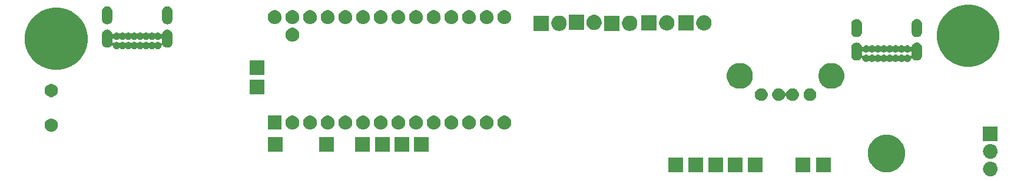
<source format=gbs>
G04 #@! TF.GenerationSoftware,KiCad,Pcbnew,5.0.2+dfsg1-1*
G04 #@! TF.CreationDate,2021-01-13T15:08:11+01:00*
G04 #@! TF.ProjectId,ErgoDOX,4572676f-444f-4582-9e6b-696361645f70,rev?*
G04 #@! TF.SameCoordinates,Original*
G04 #@! TF.FileFunction,Soldermask,Bot*
G04 #@! TF.FilePolarity,Negative*
%FSLAX46Y46*%
G04 Gerber Fmt 4.6, Leading zero omitted, Abs format (unit mm)*
G04 Created by KiCad (PCBNEW 5.0.2+dfsg1-1) date Wed 13 Jan 2021 03:08:11 PM CET*
%MOMM*%
%LPD*%
G01*
G04 APERTURE LIST*
%ADD10C,0.150000*%
G04 APERTURE END LIST*
D10*
G36*
X203254059Y-56213639D02*
X203254062Y-56213640D01*
X203254063Y-56213640D01*
X203452592Y-56273863D01*
X203452594Y-56273864D01*
X203452597Y-56273865D01*
X203635558Y-56371659D01*
X203795928Y-56503272D01*
X203927541Y-56663642D01*
X204025335Y-56846603D01*
X204085561Y-57045141D01*
X204105895Y-57251600D01*
X204085561Y-57458059D01*
X204025335Y-57656597D01*
X203927541Y-57839558D01*
X203795928Y-57999928D01*
X203635558Y-58131541D01*
X203452597Y-58229335D01*
X203452594Y-58229336D01*
X203452592Y-58229337D01*
X203254063Y-58289560D01*
X203254062Y-58289560D01*
X203254059Y-58289561D01*
X203099334Y-58304800D01*
X202995866Y-58304800D01*
X202841141Y-58289561D01*
X202841138Y-58289560D01*
X202841137Y-58289560D01*
X202642608Y-58229337D01*
X202642606Y-58229336D01*
X202642603Y-58229335D01*
X202459642Y-58131541D01*
X202299272Y-57999928D01*
X202167659Y-57839558D01*
X202069865Y-57656597D01*
X202009639Y-57458059D01*
X201989305Y-57251600D01*
X202009639Y-57045141D01*
X202069865Y-56846603D01*
X202167659Y-56663642D01*
X202299272Y-56503272D01*
X202459642Y-56371659D01*
X202642603Y-56273865D01*
X202642606Y-56273864D01*
X202642608Y-56273863D01*
X202841137Y-56213640D01*
X202841138Y-56213640D01*
X202841141Y-56213639D01*
X202995866Y-56198400D01*
X203099334Y-56198400D01*
X203254059Y-56213639D01*
X203254059Y-56213639D01*
G37*
G36*
X188452960Y-52327983D02*
X188900894Y-52417082D01*
X189392846Y-52620855D01*
X189835590Y-52916687D01*
X190212113Y-53293210D01*
X190507945Y-53735954D01*
X190711718Y-54227906D01*
X190766862Y-54505137D01*
X190815600Y-54750157D01*
X190815600Y-55282643D01*
X190812235Y-55299558D01*
X190711718Y-55804894D01*
X190507945Y-56296846D01*
X190212113Y-56739590D01*
X189835590Y-57116113D01*
X189392846Y-57411945D01*
X188900894Y-57615718D01*
X188452960Y-57704817D01*
X188378643Y-57719600D01*
X187846157Y-57719600D01*
X187771840Y-57704817D01*
X187323906Y-57615718D01*
X186831954Y-57411945D01*
X186389210Y-57116113D01*
X186012687Y-56739590D01*
X185716855Y-56296846D01*
X185513082Y-55804894D01*
X185412565Y-55299558D01*
X185409200Y-55282643D01*
X185409200Y-54750157D01*
X185457938Y-54505137D01*
X185513082Y-54227906D01*
X185716855Y-53735954D01*
X186012687Y-53293210D01*
X186389210Y-52916687D01*
X186831954Y-52620855D01*
X187323906Y-52417082D01*
X187771840Y-52327983D01*
X187846157Y-52313200D01*
X188378643Y-52313200D01*
X188452960Y-52327983D01*
X188452960Y-52327983D01*
G37*
G36*
X167423200Y-57695200D02*
X165316800Y-57695200D01*
X165316800Y-55588800D01*
X167423200Y-55588800D01*
X167423200Y-57695200D01*
X167423200Y-57695200D01*
G37*
G36*
X164578400Y-57695200D02*
X162472000Y-57695200D01*
X162472000Y-55588800D01*
X164578400Y-55588800D01*
X164578400Y-57695200D01*
X164578400Y-57695200D01*
G37*
G36*
X161733600Y-57695200D02*
X159627200Y-57695200D01*
X159627200Y-55588800D01*
X161733600Y-55588800D01*
X161733600Y-57695200D01*
X161733600Y-57695200D01*
G37*
G36*
X158888800Y-57695200D02*
X156782400Y-57695200D01*
X156782400Y-55588800D01*
X158888800Y-55588800D01*
X158888800Y-57695200D01*
X158888800Y-57695200D01*
G37*
G36*
X180072400Y-57695200D02*
X177966000Y-57695200D01*
X177966000Y-55588800D01*
X180072400Y-55588800D01*
X180072400Y-57695200D01*
X180072400Y-57695200D01*
G37*
G36*
X177176800Y-57695200D02*
X175070400Y-57695200D01*
X175070400Y-55588800D01*
X177176800Y-55588800D01*
X177176800Y-57695200D01*
X177176800Y-57695200D01*
G37*
G36*
X170268000Y-57695200D02*
X168161600Y-57695200D01*
X168161600Y-55588800D01*
X170268000Y-55588800D01*
X170268000Y-57695200D01*
X170268000Y-57695200D01*
G37*
G36*
X203254059Y-53673639D02*
X203254062Y-53673640D01*
X203254063Y-53673640D01*
X203452592Y-53733863D01*
X203452594Y-53733864D01*
X203452597Y-53733865D01*
X203635558Y-53831659D01*
X203795928Y-53963272D01*
X203927541Y-54123642D01*
X204025335Y-54306603D01*
X204085561Y-54505141D01*
X204105895Y-54711600D01*
X204085561Y-54918059D01*
X204025335Y-55116597D01*
X203927541Y-55299558D01*
X203795928Y-55459928D01*
X203635558Y-55591541D01*
X203452597Y-55689335D01*
X203452594Y-55689336D01*
X203452592Y-55689337D01*
X203254063Y-55749560D01*
X203254062Y-55749560D01*
X203254059Y-55749561D01*
X203099334Y-55764800D01*
X202995866Y-55764800D01*
X202841141Y-55749561D01*
X202841138Y-55749560D01*
X202841137Y-55749560D01*
X202642608Y-55689337D01*
X202642606Y-55689336D01*
X202642603Y-55689335D01*
X202459642Y-55591541D01*
X202299272Y-55459928D01*
X202167659Y-55299558D01*
X202069865Y-55116597D01*
X202009639Y-54918059D01*
X201989305Y-54711600D01*
X202009639Y-54505141D01*
X202069865Y-54306603D01*
X202167659Y-54123642D01*
X202299272Y-53963272D01*
X202459642Y-53831659D01*
X202642603Y-53733865D01*
X202642606Y-53733864D01*
X202642608Y-53733863D01*
X202841137Y-53673640D01*
X202841138Y-53673640D01*
X202841141Y-53673639D01*
X202995866Y-53658400D01*
X203099334Y-53658400D01*
X203254059Y-53673639D01*
X203254059Y-53673639D01*
G37*
G36*
X101281600Y-54799600D02*
X99175200Y-54799600D01*
X99175200Y-52693200D01*
X101281600Y-52693200D01*
X101281600Y-54799600D01*
X101281600Y-54799600D01*
G37*
G36*
X119468000Y-54799600D02*
X117361600Y-54799600D01*
X117361600Y-52693200D01*
X119468000Y-52693200D01*
X119468000Y-54799600D01*
X119468000Y-54799600D01*
G37*
G36*
X113829200Y-54799600D02*
X111722800Y-54799600D01*
X111722800Y-52693200D01*
X113829200Y-52693200D01*
X113829200Y-54799600D01*
X113829200Y-54799600D01*
G37*
G36*
X108647600Y-54799600D02*
X106541200Y-54799600D01*
X106541200Y-52693200D01*
X108647600Y-52693200D01*
X108647600Y-54799600D01*
X108647600Y-54799600D01*
G37*
G36*
X122312800Y-54799600D02*
X120206400Y-54799600D01*
X120206400Y-52693200D01*
X122312800Y-52693200D01*
X122312800Y-54799600D01*
X122312800Y-54799600D01*
G37*
G36*
X116674000Y-54799600D02*
X114567600Y-54799600D01*
X114567600Y-52693200D01*
X116674000Y-52693200D01*
X116674000Y-54799600D01*
X116674000Y-54799600D01*
G37*
G36*
X204100800Y-53224800D02*
X201994400Y-53224800D01*
X201994400Y-51118400D01*
X204100800Y-51118400D01*
X204100800Y-53224800D01*
X204100800Y-53224800D01*
G37*
G36*
X68198888Y-49990153D02*
X68290966Y-50008469D01*
X68464437Y-50080323D01*
X68620558Y-50184639D01*
X68753327Y-50317408D01*
X68857643Y-50473529D01*
X68929497Y-50647000D01*
X68966128Y-50831156D01*
X68966128Y-51018920D01*
X68929497Y-51203076D01*
X68857643Y-51376547D01*
X68753327Y-51532668D01*
X68620558Y-51665437D01*
X68464437Y-51769753D01*
X68290966Y-51841607D01*
X68198888Y-51859922D01*
X68106811Y-51878238D01*
X67919045Y-51878238D01*
X67826968Y-51859922D01*
X67734890Y-51841607D01*
X67561419Y-51769753D01*
X67405298Y-51665437D01*
X67272529Y-51532668D01*
X67168213Y-51376547D01*
X67096359Y-51203076D01*
X67059728Y-51018920D01*
X67059728Y-50831156D01*
X67096359Y-50647000D01*
X67168213Y-50473529D01*
X67272529Y-50317408D01*
X67405298Y-50184639D01*
X67561419Y-50080323D01*
X67734890Y-50008469D01*
X67826968Y-49990154D01*
X67919045Y-49971838D01*
X68106811Y-49971838D01*
X68198888Y-49990153D01*
X68198888Y-49990153D01*
G37*
G36*
X101142700Y-51549200D02*
X99136300Y-51549200D01*
X99136300Y-49542800D01*
X101142700Y-49542800D01*
X101142700Y-51549200D01*
X101142700Y-51549200D01*
G37*
G36*
X102875215Y-49562076D02*
X102972123Y-49581352D01*
X103047746Y-49612676D01*
X103154692Y-49656975D01*
X103319006Y-49766766D01*
X103458734Y-49906494D01*
X103568525Y-50070808D01*
X103644148Y-50253378D01*
X103682700Y-50447192D01*
X103682700Y-50644808D01*
X103644148Y-50838622D01*
X103568525Y-51021192D01*
X103458734Y-51185506D01*
X103319006Y-51325234D01*
X103154692Y-51435025D01*
X103047746Y-51479324D01*
X102972123Y-51510648D01*
X102875215Y-51529924D01*
X102778308Y-51549200D01*
X102580692Y-51549200D01*
X102483785Y-51529924D01*
X102386877Y-51510648D01*
X102311254Y-51479324D01*
X102204308Y-51435025D01*
X102039994Y-51325234D01*
X101900266Y-51185506D01*
X101790475Y-51021192D01*
X101714852Y-50838622D01*
X101676300Y-50644808D01*
X101676300Y-50447192D01*
X101714852Y-50253378D01*
X101790475Y-50070808D01*
X101900266Y-49906494D01*
X102039994Y-49766766D01*
X102204308Y-49656975D01*
X102311254Y-49612676D01*
X102386877Y-49581352D01*
X102483785Y-49562076D01*
X102580692Y-49542800D01*
X102778308Y-49542800D01*
X102875215Y-49562076D01*
X102875215Y-49562076D01*
G37*
G36*
X105415215Y-49562076D02*
X105512123Y-49581352D01*
X105587746Y-49612676D01*
X105694692Y-49656975D01*
X105859006Y-49766766D01*
X105998734Y-49906494D01*
X106108525Y-50070808D01*
X106184148Y-50253378D01*
X106222700Y-50447192D01*
X106222700Y-50644808D01*
X106184148Y-50838622D01*
X106108525Y-51021192D01*
X105998734Y-51185506D01*
X105859006Y-51325234D01*
X105694692Y-51435025D01*
X105587746Y-51479324D01*
X105512123Y-51510648D01*
X105415215Y-51529924D01*
X105318308Y-51549200D01*
X105120692Y-51549200D01*
X105023785Y-51529924D01*
X104926877Y-51510648D01*
X104851254Y-51479324D01*
X104744308Y-51435025D01*
X104579994Y-51325234D01*
X104440266Y-51185506D01*
X104330475Y-51021192D01*
X104254852Y-50838622D01*
X104216300Y-50644808D01*
X104216300Y-50447192D01*
X104254852Y-50253378D01*
X104330475Y-50070808D01*
X104440266Y-49906494D01*
X104579994Y-49766766D01*
X104744308Y-49656975D01*
X104851254Y-49612676D01*
X104926877Y-49581352D01*
X105023785Y-49562076D01*
X105120692Y-49542800D01*
X105318308Y-49542800D01*
X105415215Y-49562076D01*
X105415215Y-49562076D01*
G37*
G36*
X107955215Y-49562076D02*
X108052123Y-49581352D01*
X108127746Y-49612676D01*
X108234692Y-49656975D01*
X108399006Y-49766766D01*
X108538734Y-49906494D01*
X108648525Y-50070808D01*
X108724148Y-50253378D01*
X108762700Y-50447192D01*
X108762700Y-50644808D01*
X108724148Y-50838622D01*
X108648525Y-51021192D01*
X108538734Y-51185506D01*
X108399006Y-51325234D01*
X108234692Y-51435025D01*
X108127746Y-51479324D01*
X108052123Y-51510648D01*
X107955215Y-51529924D01*
X107858308Y-51549200D01*
X107660692Y-51549200D01*
X107563785Y-51529924D01*
X107466877Y-51510648D01*
X107391254Y-51479324D01*
X107284308Y-51435025D01*
X107119994Y-51325234D01*
X106980266Y-51185506D01*
X106870475Y-51021192D01*
X106794852Y-50838622D01*
X106756300Y-50644808D01*
X106756300Y-50447192D01*
X106794852Y-50253378D01*
X106870475Y-50070808D01*
X106980266Y-49906494D01*
X107119994Y-49766766D01*
X107284308Y-49656975D01*
X107391254Y-49612676D01*
X107466877Y-49581352D01*
X107563785Y-49562076D01*
X107660692Y-49542800D01*
X107858308Y-49542800D01*
X107955215Y-49562076D01*
X107955215Y-49562076D01*
G37*
G36*
X113035215Y-49562076D02*
X113132123Y-49581352D01*
X113207746Y-49612676D01*
X113314692Y-49656975D01*
X113479006Y-49766766D01*
X113618734Y-49906494D01*
X113728525Y-50070808D01*
X113804148Y-50253378D01*
X113842700Y-50447192D01*
X113842700Y-50644808D01*
X113804148Y-50838622D01*
X113728525Y-51021192D01*
X113618734Y-51185506D01*
X113479006Y-51325234D01*
X113314692Y-51435025D01*
X113207746Y-51479324D01*
X113132123Y-51510648D01*
X113035215Y-51529924D01*
X112938308Y-51549200D01*
X112740692Y-51549200D01*
X112643785Y-51529924D01*
X112546877Y-51510648D01*
X112471254Y-51479324D01*
X112364308Y-51435025D01*
X112199994Y-51325234D01*
X112060266Y-51185506D01*
X111950475Y-51021192D01*
X111874852Y-50838622D01*
X111836300Y-50644808D01*
X111836300Y-50447192D01*
X111874852Y-50253378D01*
X111950475Y-50070808D01*
X112060266Y-49906494D01*
X112199994Y-49766766D01*
X112364308Y-49656975D01*
X112471254Y-49612676D01*
X112546877Y-49581352D01*
X112643785Y-49562076D01*
X112740692Y-49542800D01*
X112938308Y-49542800D01*
X113035215Y-49562076D01*
X113035215Y-49562076D01*
G37*
G36*
X110495215Y-49562076D02*
X110592123Y-49581352D01*
X110667746Y-49612676D01*
X110774692Y-49656975D01*
X110939006Y-49766766D01*
X111078734Y-49906494D01*
X111188525Y-50070808D01*
X111264148Y-50253378D01*
X111302700Y-50447192D01*
X111302700Y-50644808D01*
X111264148Y-50838622D01*
X111188525Y-51021192D01*
X111078734Y-51185506D01*
X110939006Y-51325234D01*
X110774692Y-51435025D01*
X110667746Y-51479324D01*
X110592123Y-51510648D01*
X110495215Y-51529924D01*
X110398308Y-51549200D01*
X110200692Y-51549200D01*
X110103785Y-51529924D01*
X110006877Y-51510648D01*
X109931254Y-51479324D01*
X109824308Y-51435025D01*
X109659994Y-51325234D01*
X109520266Y-51185506D01*
X109410475Y-51021192D01*
X109334852Y-50838622D01*
X109296300Y-50644808D01*
X109296300Y-50447192D01*
X109334852Y-50253378D01*
X109410475Y-50070808D01*
X109520266Y-49906494D01*
X109659994Y-49766766D01*
X109824308Y-49656975D01*
X109931254Y-49612676D01*
X110006877Y-49581352D01*
X110103785Y-49562076D01*
X110200692Y-49542800D01*
X110398308Y-49542800D01*
X110495215Y-49562076D01*
X110495215Y-49562076D01*
G37*
G36*
X115575215Y-49562076D02*
X115672123Y-49581352D01*
X115747746Y-49612676D01*
X115854692Y-49656975D01*
X116019006Y-49766766D01*
X116158734Y-49906494D01*
X116268525Y-50070808D01*
X116344148Y-50253378D01*
X116382700Y-50447192D01*
X116382700Y-50644808D01*
X116344148Y-50838622D01*
X116268525Y-51021192D01*
X116158734Y-51185506D01*
X116019006Y-51325234D01*
X115854692Y-51435025D01*
X115747746Y-51479324D01*
X115672123Y-51510648D01*
X115575215Y-51529924D01*
X115478308Y-51549200D01*
X115280692Y-51549200D01*
X115183785Y-51529924D01*
X115086877Y-51510648D01*
X115011254Y-51479324D01*
X114904308Y-51435025D01*
X114739994Y-51325234D01*
X114600266Y-51185506D01*
X114490475Y-51021192D01*
X114414852Y-50838622D01*
X114376300Y-50644808D01*
X114376300Y-50447192D01*
X114414852Y-50253378D01*
X114490475Y-50070808D01*
X114600266Y-49906494D01*
X114739994Y-49766766D01*
X114904308Y-49656975D01*
X115011254Y-49612676D01*
X115086877Y-49581352D01*
X115183785Y-49562076D01*
X115280692Y-49542800D01*
X115478308Y-49542800D01*
X115575215Y-49562076D01*
X115575215Y-49562076D01*
G37*
G36*
X120655215Y-49562076D02*
X120752123Y-49581352D01*
X120827746Y-49612676D01*
X120934692Y-49656975D01*
X121099006Y-49766766D01*
X121238734Y-49906494D01*
X121348525Y-50070808D01*
X121424148Y-50253378D01*
X121462700Y-50447192D01*
X121462700Y-50644808D01*
X121424148Y-50838622D01*
X121348525Y-51021192D01*
X121238734Y-51185506D01*
X121099006Y-51325234D01*
X120934692Y-51435025D01*
X120827746Y-51479324D01*
X120752123Y-51510648D01*
X120655215Y-51529924D01*
X120558308Y-51549200D01*
X120360692Y-51549200D01*
X120263785Y-51529924D01*
X120166877Y-51510648D01*
X120091254Y-51479324D01*
X119984308Y-51435025D01*
X119819994Y-51325234D01*
X119680266Y-51185506D01*
X119570475Y-51021192D01*
X119494852Y-50838622D01*
X119456300Y-50644808D01*
X119456300Y-50447192D01*
X119494852Y-50253378D01*
X119570475Y-50070808D01*
X119680266Y-49906494D01*
X119819994Y-49766766D01*
X119984308Y-49656975D01*
X120091254Y-49612676D01*
X120166877Y-49581352D01*
X120263785Y-49562076D01*
X120360692Y-49542800D01*
X120558308Y-49542800D01*
X120655215Y-49562076D01*
X120655215Y-49562076D01*
G37*
G36*
X123195215Y-49562076D02*
X123292123Y-49581352D01*
X123367746Y-49612676D01*
X123474692Y-49656975D01*
X123639006Y-49766766D01*
X123778734Y-49906494D01*
X123888525Y-50070808D01*
X123964148Y-50253378D01*
X124002700Y-50447192D01*
X124002700Y-50644808D01*
X123964148Y-50838622D01*
X123888525Y-51021192D01*
X123778734Y-51185506D01*
X123639006Y-51325234D01*
X123474692Y-51435025D01*
X123367746Y-51479324D01*
X123292123Y-51510648D01*
X123195215Y-51529924D01*
X123098308Y-51549200D01*
X122900692Y-51549200D01*
X122803785Y-51529924D01*
X122706877Y-51510648D01*
X122631254Y-51479324D01*
X122524308Y-51435025D01*
X122359994Y-51325234D01*
X122220266Y-51185506D01*
X122110475Y-51021192D01*
X122034852Y-50838622D01*
X121996300Y-50644808D01*
X121996300Y-50447192D01*
X122034852Y-50253378D01*
X122110475Y-50070808D01*
X122220266Y-49906494D01*
X122359994Y-49766766D01*
X122524308Y-49656975D01*
X122631254Y-49612676D01*
X122706877Y-49581352D01*
X122803785Y-49562076D01*
X122900692Y-49542800D01*
X123098308Y-49542800D01*
X123195215Y-49562076D01*
X123195215Y-49562076D01*
G37*
G36*
X125735215Y-49562076D02*
X125832123Y-49581352D01*
X125907746Y-49612676D01*
X126014692Y-49656975D01*
X126179006Y-49766766D01*
X126318734Y-49906494D01*
X126428525Y-50070808D01*
X126504148Y-50253378D01*
X126542700Y-50447192D01*
X126542700Y-50644808D01*
X126504148Y-50838622D01*
X126428525Y-51021192D01*
X126318734Y-51185506D01*
X126179006Y-51325234D01*
X126014692Y-51435025D01*
X125907746Y-51479324D01*
X125832123Y-51510648D01*
X125735215Y-51529924D01*
X125638308Y-51549200D01*
X125440692Y-51549200D01*
X125343785Y-51529924D01*
X125246877Y-51510648D01*
X125171254Y-51479324D01*
X125064308Y-51435025D01*
X124899994Y-51325234D01*
X124760266Y-51185506D01*
X124650475Y-51021192D01*
X124574852Y-50838622D01*
X124536300Y-50644808D01*
X124536300Y-50447192D01*
X124574852Y-50253378D01*
X124650475Y-50070808D01*
X124760266Y-49906494D01*
X124899994Y-49766766D01*
X125064308Y-49656975D01*
X125171254Y-49612676D01*
X125246877Y-49581352D01*
X125343785Y-49562076D01*
X125440692Y-49542800D01*
X125638308Y-49542800D01*
X125735215Y-49562076D01*
X125735215Y-49562076D01*
G37*
G36*
X133355215Y-49562076D02*
X133452123Y-49581352D01*
X133527746Y-49612676D01*
X133634692Y-49656975D01*
X133799006Y-49766766D01*
X133938734Y-49906494D01*
X134048525Y-50070808D01*
X134124148Y-50253378D01*
X134162700Y-50447192D01*
X134162700Y-50644808D01*
X134124148Y-50838622D01*
X134048525Y-51021192D01*
X133938734Y-51185506D01*
X133799006Y-51325234D01*
X133634692Y-51435025D01*
X133527746Y-51479324D01*
X133452123Y-51510648D01*
X133355215Y-51529924D01*
X133258308Y-51549200D01*
X133060692Y-51549200D01*
X132963785Y-51529924D01*
X132866877Y-51510648D01*
X132791254Y-51479324D01*
X132684308Y-51435025D01*
X132519994Y-51325234D01*
X132380266Y-51185506D01*
X132270475Y-51021192D01*
X132194852Y-50838622D01*
X132156300Y-50644808D01*
X132156300Y-50447192D01*
X132194852Y-50253378D01*
X132270475Y-50070808D01*
X132380266Y-49906494D01*
X132519994Y-49766766D01*
X132684308Y-49656975D01*
X132791254Y-49612676D01*
X132866877Y-49581352D01*
X132963785Y-49562076D01*
X133060692Y-49542800D01*
X133258308Y-49542800D01*
X133355215Y-49562076D01*
X133355215Y-49562076D01*
G37*
G36*
X128275215Y-49562076D02*
X128372123Y-49581352D01*
X128447746Y-49612676D01*
X128554692Y-49656975D01*
X128719006Y-49766766D01*
X128858734Y-49906494D01*
X128968525Y-50070808D01*
X129044148Y-50253378D01*
X129082700Y-50447192D01*
X129082700Y-50644808D01*
X129044148Y-50838622D01*
X128968525Y-51021192D01*
X128858734Y-51185506D01*
X128719006Y-51325234D01*
X128554692Y-51435025D01*
X128447746Y-51479324D01*
X128372123Y-51510648D01*
X128275215Y-51529924D01*
X128178308Y-51549200D01*
X127980692Y-51549200D01*
X127883785Y-51529924D01*
X127786877Y-51510648D01*
X127711254Y-51479324D01*
X127604308Y-51435025D01*
X127439994Y-51325234D01*
X127300266Y-51185506D01*
X127190475Y-51021192D01*
X127114852Y-50838622D01*
X127076300Y-50644808D01*
X127076300Y-50447192D01*
X127114852Y-50253378D01*
X127190475Y-50070808D01*
X127300266Y-49906494D01*
X127439994Y-49766766D01*
X127604308Y-49656975D01*
X127711254Y-49612676D01*
X127786877Y-49581352D01*
X127883785Y-49562076D01*
X127980692Y-49542800D01*
X128178308Y-49542800D01*
X128275215Y-49562076D01*
X128275215Y-49562076D01*
G37*
G36*
X118115215Y-49562076D02*
X118212123Y-49581352D01*
X118287746Y-49612676D01*
X118394692Y-49656975D01*
X118559006Y-49766766D01*
X118698734Y-49906494D01*
X118808525Y-50070808D01*
X118884148Y-50253378D01*
X118922700Y-50447192D01*
X118922700Y-50644808D01*
X118884148Y-50838622D01*
X118808525Y-51021192D01*
X118698734Y-51185506D01*
X118559006Y-51325234D01*
X118394692Y-51435025D01*
X118287746Y-51479324D01*
X118212123Y-51510648D01*
X118115215Y-51529924D01*
X118018308Y-51549200D01*
X117820692Y-51549200D01*
X117723785Y-51529924D01*
X117626877Y-51510648D01*
X117551254Y-51479324D01*
X117444308Y-51435025D01*
X117279994Y-51325234D01*
X117140266Y-51185506D01*
X117030475Y-51021192D01*
X116954852Y-50838622D01*
X116916300Y-50644808D01*
X116916300Y-50447192D01*
X116954852Y-50253378D01*
X117030475Y-50070808D01*
X117140266Y-49906494D01*
X117279994Y-49766766D01*
X117444308Y-49656975D01*
X117551254Y-49612676D01*
X117626877Y-49581352D01*
X117723785Y-49562076D01*
X117820692Y-49542800D01*
X118018308Y-49542800D01*
X118115215Y-49562076D01*
X118115215Y-49562076D01*
G37*
G36*
X130815215Y-49562076D02*
X130912123Y-49581352D01*
X130987746Y-49612676D01*
X131094692Y-49656975D01*
X131259006Y-49766766D01*
X131398734Y-49906494D01*
X131508525Y-50070808D01*
X131584148Y-50253378D01*
X131622700Y-50447192D01*
X131622700Y-50644808D01*
X131584148Y-50838622D01*
X131508525Y-51021192D01*
X131398734Y-51185506D01*
X131259006Y-51325234D01*
X131094692Y-51435025D01*
X130987746Y-51479324D01*
X130912123Y-51510648D01*
X130815215Y-51529924D01*
X130718308Y-51549200D01*
X130520692Y-51549200D01*
X130423785Y-51529924D01*
X130326877Y-51510648D01*
X130251254Y-51479324D01*
X130144308Y-51435025D01*
X129979994Y-51325234D01*
X129840266Y-51185506D01*
X129730475Y-51021192D01*
X129654852Y-50838622D01*
X129616300Y-50644808D01*
X129616300Y-50447192D01*
X129654852Y-50253378D01*
X129730475Y-50070808D01*
X129840266Y-49906494D01*
X129979994Y-49766766D01*
X130144308Y-49656975D01*
X130251254Y-49612676D01*
X130326877Y-49581352D01*
X130423785Y-49562076D01*
X130520692Y-49542800D01*
X130718308Y-49542800D01*
X130815215Y-49562076D01*
X130815215Y-49562076D01*
G37*
G36*
X170363837Y-45633747D02*
X170530756Y-45702887D01*
X170680984Y-45803266D01*
X170808734Y-45931016D01*
X170909113Y-46081244D01*
X170978253Y-46248163D01*
X171013500Y-46425362D01*
X171013500Y-46606038D01*
X170978253Y-46783237D01*
X170909113Y-46950156D01*
X170808734Y-47100384D01*
X170680984Y-47228134D01*
X170530756Y-47328513D01*
X170363837Y-47397653D01*
X170186638Y-47432900D01*
X170005962Y-47432900D01*
X169828763Y-47397653D01*
X169661844Y-47328513D01*
X169511616Y-47228134D01*
X169383866Y-47100384D01*
X169283487Y-46950156D01*
X169214347Y-46783237D01*
X169179100Y-46606038D01*
X169179100Y-46425362D01*
X169214347Y-46248163D01*
X169283487Y-46081244D01*
X169383866Y-45931016D01*
X169511616Y-45803266D01*
X169661844Y-45702887D01*
X169828763Y-45633747D01*
X170005962Y-45598500D01*
X170186638Y-45598500D01*
X170363837Y-45633747D01*
X170363837Y-45633747D01*
G37*
G36*
X172863837Y-45633747D02*
X173030756Y-45702887D01*
X173180984Y-45803266D01*
X173308734Y-45931016D01*
X173409113Y-46081244D01*
X173480815Y-46254348D01*
X173492366Y-46275959D01*
X173507912Y-46294901D01*
X173526854Y-46310447D01*
X173548465Y-46321998D01*
X173571914Y-46329111D01*
X173596300Y-46331513D01*
X173620686Y-46329111D01*
X173644135Y-46321998D01*
X173665746Y-46310447D01*
X173684688Y-46294901D01*
X173700234Y-46275959D01*
X173711785Y-46254348D01*
X173783487Y-46081244D01*
X173883866Y-45931016D01*
X174011616Y-45803266D01*
X174161844Y-45702887D01*
X174328763Y-45633747D01*
X174505962Y-45598500D01*
X174686638Y-45598500D01*
X174863837Y-45633747D01*
X175030756Y-45702887D01*
X175180984Y-45803266D01*
X175308734Y-45931016D01*
X175409113Y-46081244D01*
X175478253Y-46248163D01*
X175513500Y-46425362D01*
X175513500Y-46606038D01*
X175478253Y-46783237D01*
X175409113Y-46950156D01*
X175308734Y-47100384D01*
X175180984Y-47228134D01*
X175030756Y-47328513D01*
X174863837Y-47397653D01*
X174686638Y-47432900D01*
X174505962Y-47432900D01*
X174328763Y-47397653D01*
X174161844Y-47328513D01*
X174011616Y-47228134D01*
X173883866Y-47100384D01*
X173783487Y-46950156D01*
X173711785Y-46777052D01*
X173700234Y-46755441D01*
X173684688Y-46736499D01*
X173665746Y-46720953D01*
X173644135Y-46709402D01*
X173620686Y-46702289D01*
X173596300Y-46699887D01*
X173571914Y-46702289D01*
X173548465Y-46709402D01*
X173526854Y-46720953D01*
X173507912Y-46736499D01*
X173492366Y-46755441D01*
X173480815Y-46777052D01*
X173409113Y-46950156D01*
X173308734Y-47100384D01*
X173180984Y-47228134D01*
X173030756Y-47328513D01*
X172863837Y-47397653D01*
X172686638Y-47432900D01*
X172505962Y-47432900D01*
X172328763Y-47397653D01*
X172161844Y-47328513D01*
X172011616Y-47228134D01*
X171883866Y-47100384D01*
X171783487Y-46950156D01*
X171714347Y-46783237D01*
X171679100Y-46606038D01*
X171679100Y-46425362D01*
X171714347Y-46248163D01*
X171783487Y-46081244D01*
X171883866Y-45931016D01*
X172011616Y-45803266D01*
X172161844Y-45702887D01*
X172328763Y-45633747D01*
X172505962Y-45598500D01*
X172686638Y-45598500D01*
X172863837Y-45633747D01*
X172863837Y-45633747D01*
G37*
G36*
X177363837Y-45633747D02*
X177530756Y-45702887D01*
X177680984Y-45803266D01*
X177808734Y-45931016D01*
X177909113Y-46081244D01*
X177978253Y-46248163D01*
X178013500Y-46425362D01*
X178013500Y-46606038D01*
X177978253Y-46783237D01*
X177909113Y-46950156D01*
X177808734Y-47100384D01*
X177680984Y-47228134D01*
X177530756Y-47328513D01*
X177363837Y-47397653D01*
X177186638Y-47432900D01*
X177005962Y-47432900D01*
X176828763Y-47397653D01*
X176661844Y-47328513D01*
X176511616Y-47228134D01*
X176383866Y-47100384D01*
X176283487Y-46950156D01*
X176214347Y-46783237D01*
X176179100Y-46606038D01*
X176179100Y-46425362D01*
X176214347Y-46248163D01*
X176283487Y-46081244D01*
X176383866Y-45931016D01*
X176511616Y-45803266D01*
X176661844Y-45702887D01*
X176828763Y-45633747D01*
X177005962Y-45598500D01*
X177186638Y-45598500D01*
X177363837Y-45633747D01*
X177363837Y-45633747D01*
G37*
G36*
X68198888Y-44990154D02*
X68290966Y-45008469D01*
X68464437Y-45080323D01*
X68620558Y-45184639D01*
X68753327Y-45317408D01*
X68857643Y-45473529D01*
X68929497Y-45647000D01*
X68966128Y-45831156D01*
X68966128Y-46018920D01*
X68929497Y-46203076D01*
X68857643Y-46376547D01*
X68753327Y-46532668D01*
X68620558Y-46665437D01*
X68464437Y-46769753D01*
X68290966Y-46841607D01*
X68198888Y-46859922D01*
X68106811Y-46878238D01*
X67919045Y-46878238D01*
X67826968Y-46859922D01*
X67734890Y-46841607D01*
X67561419Y-46769753D01*
X67405298Y-46665437D01*
X67272529Y-46532668D01*
X67168213Y-46376547D01*
X67096359Y-46203076D01*
X67059728Y-46018920D01*
X67059728Y-45831156D01*
X67096359Y-45647000D01*
X67168213Y-45473529D01*
X67272529Y-45317408D01*
X67405298Y-45184639D01*
X67561419Y-45080323D01*
X67734890Y-45008469D01*
X67826968Y-44990153D01*
X67919045Y-44971838D01*
X68106811Y-44971838D01*
X68198888Y-44990154D01*
X68198888Y-44990154D01*
G37*
G36*
X98652700Y-46455700D02*
X96546300Y-46455700D01*
X96546300Y-44349300D01*
X98652700Y-44349300D01*
X98652700Y-46455700D01*
X98652700Y-46455700D01*
G37*
G36*
X180394668Y-41953462D02*
X180709192Y-42016024D01*
X181047909Y-42156326D01*
X181352746Y-42360011D01*
X181611989Y-42619254D01*
X181815674Y-42924091D01*
X181955976Y-43262808D01*
X182027500Y-43622388D01*
X182027500Y-43989012D01*
X181955976Y-44348592D01*
X181815674Y-44687309D01*
X181611989Y-44992146D01*
X181352746Y-45251389D01*
X181047909Y-45455074D01*
X180709192Y-45595376D01*
X180449657Y-45647000D01*
X180349614Y-45666900D01*
X179982986Y-45666900D01*
X179882943Y-45647000D01*
X179623408Y-45595376D01*
X179284691Y-45455074D01*
X178979854Y-45251389D01*
X178720611Y-44992146D01*
X178516926Y-44687309D01*
X178376624Y-44348592D01*
X178305100Y-43989012D01*
X178305100Y-43622388D01*
X178376624Y-43262808D01*
X178516926Y-42924091D01*
X178720611Y-42619254D01*
X178979854Y-42360011D01*
X179284691Y-42156326D01*
X179623408Y-42016024D01*
X179937932Y-41953462D01*
X179982986Y-41944500D01*
X180349614Y-41944500D01*
X180394668Y-41953462D01*
X180394668Y-41953462D01*
G37*
G36*
X167254668Y-41953462D02*
X167569192Y-42016024D01*
X167907909Y-42156326D01*
X168212746Y-42360011D01*
X168471989Y-42619254D01*
X168675674Y-42924091D01*
X168815976Y-43262808D01*
X168887500Y-43622388D01*
X168887500Y-43989012D01*
X168815976Y-44348592D01*
X168675674Y-44687309D01*
X168471989Y-44992146D01*
X168212746Y-45251389D01*
X167907909Y-45455074D01*
X167569192Y-45595376D01*
X167309657Y-45647000D01*
X167209614Y-45666900D01*
X166842986Y-45666900D01*
X166742943Y-45647000D01*
X166483408Y-45595376D01*
X166144691Y-45455074D01*
X165839854Y-45251389D01*
X165580611Y-44992146D01*
X165376926Y-44687309D01*
X165236624Y-44348592D01*
X165165100Y-43989012D01*
X165165100Y-43622388D01*
X165236624Y-43262808D01*
X165376926Y-42924091D01*
X165580611Y-42619254D01*
X165839854Y-42360011D01*
X166144691Y-42156326D01*
X166483408Y-42016024D01*
X166797932Y-41953462D01*
X166842986Y-41944500D01*
X167209614Y-41944500D01*
X167254668Y-41953462D01*
X167254668Y-41953462D01*
G37*
G36*
X98652700Y-43661700D02*
X96546300Y-43661700D01*
X96546300Y-41555300D01*
X98652700Y-41555300D01*
X98652700Y-43661700D01*
X98652700Y-43661700D01*
G37*
G36*
X70045934Y-34125455D02*
X70865464Y-34464915D01*
X71603026Y-34957738D01*
X72230262Y-35584974D01*
X72723085Y-36322536D01*
X73062545Y-37142066D01*
X73235600Y-38012072D01*
X73235600Y-38899128D01*
X73062545Y-39769134D01*
X72723085Y-40588664D01*
X72230262Y-41326226D01*
X71603026Y-41953462D01*
X70865464Y-42446285D01*
X70045934Y-42785745D01*
X69175928Y-42958800D01*
X68288872Y-42958800D01*
X67418866Y-42785745D01*
X66599336Y-42446285D01*
X65861774Y-41953462D01*
X65234538Y-41326226D01*
X64741715Y-40588664D01*
X64402255Y-39769134D01*
X64229200Y-38899128D01*
X64229200Y-38012072D01*
X64402255Y-37142066D01*
X64741715Y-36322536D01*
X65234538Y-35584974D01*
X65861774Y-34957738D01*
X66599336Y-34464915D01*
X67418866Y-34125455D01*
X68288872Y-33952400D01*
X69175928Y-33952400D01*
X70045934Y-34125455D01*
X70045934Y-34125455D01*
G37*
G36*
X201160734Y-33668255D02*
X201980264Y-34007715D01*
X202717826Y-34500538D01*
X203345062Y-35127774D01*
X203837885Y-35865336D01*
X204177345Y-36684866D01*
X204350400Y-37554872D01*
X204350400Y-38441928D01*
X204177345Y-39311934D01*
X203837885Y-40131464D01*
X203345062Y-40869026D01*
X202717826Y-41496262D01*
X201980264Y-41989085D01*
X201160734Y-42328545D01*
X200290728Y-42501600D01*
X199403672Y-42501600D01*
X198533666Y-42328545D01*
X197714136Y-41989085D01*
X196976574Y-41496262D01*
X196349338Y-40869026D01*
X195856515Y-40131464D01*
X195517055Y-39311934D01*
X195344000Y-38441928D01*
X195344000Y-37554872D01*
X195517055Y-36684866D01*
X195856515Y-35865336D01*
X196349338Y-35127774D01*
X196976574Y-34500538D01*
X197714136Y-34007715D01*
X198533666Y-33668255D01*
X199403672Y-33495200D01*
X200290728Y-33495200D01*
X201160734Y-33668255D01*
X201160734Y-33668255D01*
G37*
G36*
X192611235Y-38981156D02*
X192753971Y-39024454D01*
X192870465Y-39086723D01*
X192885513Y-39094766D01*
X192915547Y-39119414D01*
X193000812Y-39189388D01*
X193068911Y-39272369D01*
X193095434Y-39304687D01*
X193095435Y-39304689D01*
X193165746Y-39436229D01*
X193209044Y-39578965D01*
X193220000Y-39690206D01*
X193220000Y-40872594D01*
X193209044Y-40983835D01*
X193165746Y-41126571D01*
X193121484Y-41209377D01*
X193095434Y-41258113D01*
X193071176Y-41287671D01*
X193000810Y-41373414D01*
X192885513Y-41468034D01*
X192753970Y-41538346D01*
X192611234Y-41581644D01*
X192462800Y-41596263D01*
X192314365Y-41581644D01*
X192171629Y-41538346D01*
X192040089Y-41468035D01*
X192040087Y-41468034D01*
X192004931Y-41439182D01*
X191924786Y-41373410D01*
X191854425Y-41287673D01*
X191837098Y-41270345D01*
X191816724Y-41256731D01*
X191794085Y-41247354D01*
X191770051Y-41242573D01*
X191745547Y-41242573D01*
X191721513Y-41247353D01*
X191698874Y-41256730D01*
X191678500Y-41270344D01*
X191661172Y-41287671D01*
X191647558Y-41308045D01*
X191638181Y-41330684D01*
X191635200Y-41342584D01*
X191620702Y-41415471D01*
X191580886Y-41511596D01*
X191523078Y-41598111D01*
X191449511Y-41671678D01*
X191362996Y-41729486D01*
X191266871Y-41769302D01*
X191164825Y-41789600D01*
X191060775Y-41789600D01*
X190958729Y-41769302D01*
X190862604Y-41729486D01*
X190775974Y-41671601D01*
X190757246Y-41656231D01*
X190735635Y-41644680D01*
X190712186Y-41637567D01*
X190687800Y-41635165D01*
X190663414Y-41637567D01*
X190639965Y-41644680D01*
X190618354Y-41656231D01*
X190599626Y-41671601D01*
X190512996Y-41729486D01*
X190416871Y-41769302D01*
X190314825Y-41789600D01*
X190210775Y-41789600D01*
X190108729Y-41769302D01*
X190012604Y-41729486D01*
X189925974Y-41671601D01*
X189907246Y-41656231D01*
X189885635Y-41644680D01*
X189862186Y-41637567D01*
X189837800Y-41635165D01*
X189813414Y-41637567D01*
X189789965Y-41644680D01*
X189768354Y-41656231D01*
X189749626Y-41671601D01*
X189662996Y-41729486D01*
X189566871Y-41769302D01*
X189464825Y-41789600D01*
X189360775Y-41789600D01*
X189258729Y-41769302D01*
X189162604Y-41729486D01*
X189075974Y-41671601D01*
X189057246Y-41656231D01*
X189035635Y-41644680D01*
X189012186Y-41637567D01*
X188987800Y-41635165D01*
X188963414Y-41637567D01*
X188939965Y-41644680D01*
X188918354Y-41656231D01*
X188899626Y-41671601D01*
X188812996Y-41729486D01*
X188716871Y-41769302D01*
X188614825Y-41789600D01*
X188510775Y-41789600D01*
X188408729Y-41769302D01*
X188312604Y-41729486D01*
X188225974Y-41671601D01*
X188207246Y-41656231D01*
X188185635Y-41644680D01*
X188162186Y-41637567D01*
X188137800Y-41635165D01*
X188113414Y-41637567D01*
X188089965Y-41644680D01*
X188068354Y-41656231D01*
X188049626Y-41671601D01*
X187962996Y-41729486D01*
X187866871Y-41769302D01*
X187764825Y-41789600D01*
X187660775Y-41789600D01*
X187558729Y-41769302D01*
X187462604Y-41729486D01*
X187375974Y-41671601D01*
X187357246Y-41656231D01*
X187335635Y-41644680D01*
X187312186Y-41637567D01*
X187287800Y-41635165D01*
X187263414Y-41637567D01*
X187239965Y-41644680D01*
X187218354Y-41656231D01*
X187199626Y-41671601D01*
X187112996Y-41729486D01*
X187016871Y-41769302D01*
X186914825Y-41789600D01*
X186810775Y-41789600D01*
X186708729Y-41769302D01*
X186612604Y-41729486D01*
X186525974Y-41671601D01*
X186507246Y-41656231D01*
X186485635Y-41644680D01*
X186462186Y-41637567D01*
X186437800Y-41635165D01*
X186413414Y-41637567D01*
X186389965Y-41644680D01*
X186368354Y-41656231D01*
X186349626Y-41671601D01*
X186262996Y-41729486D01*
X186166871Y-41769302D01*
X186064825Y-41789600D01*
X185960775Y-41789600D01*
X185858729Y-41769302D01*
X185762604Y-41729486D01*
X185675974Y-41671601D01*
X185657246Y-41656231D01*
X185635635Y-41644680D01*
X185612186Y-41637567D01*
X185587800Y-41635165D01*
X185563414Y-41637567D01*
X185539965Y-41644680D01*
X185518354Y-41656231D01*
X185499626Y-41671601D01*
X185412996Y-41729486D01*
X185316871Y-41769302D01*
X185214825Y-41789600D01*
X185110775Y-41789600D01*
X185008729Y-41769302D01*
X184912604Y-41729486D01*
X184826089Y-41671678D01*
X184752522Y-41598111D01*
X184694714Y-41511596D01*
X184654898Y-41415471D01*
X184640400Y-41342584D01*
X184633287Y-41319135D01*
X184621736Y-41297524D01*
X184606190Y-41278582D01*
X184587248Y-41263037D01*
X184565637Y-41251486D01*
X184542188Y-41244373D01*
X184517802Y-41241971D01*
X184493415Y-41244373D01*
X184469966Y-41251486D01*
X184448355Y-41263037D01*
X184429413Y-41278583D01*
X184421175Y-41287673D01*
X184350812Y-41373412D01*
X184235513Y-41468034D01*
X184103970Y-41538346D01*
X183961234Y-41581644D01*
X183812800Y-41596263D01*
X183664365Y-41581644D01*
X183521629Y-41538346D01*
X183390089Y-41468035D01*
X183390087Y-41468034D01*
X183354931Y-41439182D01*
X183274786Y-41373410D01*
X183180166Y-41258113D01*
X183109854Y-41126570D01*
X183066556Y-40983834D01*
X183055600Y-40872593D01*
X183055600Y-40367365D01*
X184570000Y-40367365D01*
X184570000Y-40805435D01*
X184572402Y-40829821D01*
X184579515Y-40853270D01*
X184591066Y-40874881D01*
X184606612Y-40893823D01*
X184625554Y-40909369D01*
X184647165Y-40920920D01*
X184670614Y-40928033D01*
X184695000Y-40930435D01*
X184719386Y-40928033D01*
X184742835Y-40920920D01*
X184764446Y-40909369D01*
X184783388Y-40893823D01*
X184826089Y-40851122D01*
X184912604Y-40793314D01*
X185008729Y-40753498D01*
X185110775Y-40733200D01*
X185214825Y-40733200D01*
X185316871Y-40753498D01*
X185412996Y-40793314D01*
X185499626Y-40851199D01*
X185518354Y-40866569D01*
X185539965Y-40878120D01*
X185563414Y-40885233D01*
X185587800Y-40887635D01*
X185612186Y-40885233D01*
X185635635Y-40878120D01*
X185657246Y-40866569D01*
X185675974Y-40851199D01*
X185762604Y-40793314D01*
X185858729Y-40753498D01*
X185960775Y-40733200D01*
X186064825Y-40733200D01*
X186166871Y-40753498D01*
X186262996Y-40793314D01*
X186349626Y-40851199D01*
X186368354Y-40866569D01*
X186389965Y-40878120D01*
X186413414Y-40885233D01*
X186437800Y-40887635D01*
X186462186Y-40885233D01*
X186485635Y-40878120D01*
X186507246Y-40866569D01*
X186525974Y-40851199D01*
X186612604Y-40793314D01*
X186708729Y-40753498D01*
X186810775Y-40733200D01*
X186914825Y-40733200D01*
X187016871Y-40753498D01*
X187112996Y-40793314D01*
X187199626Y-40851199D01*
X187218354Y-40866569D01*
X187239965Y-40878120D01*
X187263414Y-40885233D01*
X187287800Y-40887635D01*
X187312186Y-40885233D01*
X187335635Y-40878120D01*
X187357246Y-40866569D01*
X187375974Y-40851199D01*
X187462604Y-40793314D01*
X187558729Y-40753498D01*
X187660775Y-40733200D01*
X187764825Y-40733200D01*
X187866871Y-40753498D01*
X187962996Y-40793314D01*
X188049626Y-40851199D01*
X188068354Y-40866569D01*
X188089965Y-40878120D01*
X188113414Y-40885233D01*
X188137800Y-40887635D01*
X188162186Y-40885233D01*
X188185635Y-40878120D01*
X188207246Y-40866569D01*
X188225974Y-40851199D01*
X188312604Y-40793314D01*
X188408729Y-40753498D01*
X188510775Y-40733200D01*
X188614825Y-40733200D01*
X188716871Y-40753498D01*
X188812996Y-40793314D01*
X188899626Y-40851199D01*
X188918354Y-40866569D01*
X188939965Y-40878120D01*
X188963414Y-40885233D01*
X188987800Y-40887635D01*
X189012186Y-40885233D01*
X189035635Y-40878120D01*
X189057246Y-40866569D01*
X189075974Y-40851199D01*
X189162604Y-40793314D01*
X189258729Y-40753498D01*
X189360775Y-40733200D01*
X189464825Y-40733200D01*
X189566871Y-40753498D01*
X189662996Y-40793314D01*
X189749626Y-40851199D01*
X189768354Y-40866569D01*
X189789965Y-40878120D01*
X189813414Y-40885233D01*
X189837800Y-40887635D01*
X189862186Y-40885233D01*
X189885635Y-40878120D01*
X189907246Y-40866569D01*
X189925974Y-40851199D01*
X190012604Y-40793314D01*
X190108729Y-40753498D01*
X190210775Y-40733200D01*
X190314825Y-40733200D01*
X190416871Y-40753498D01*
X190512996Y-40793314D01*
X190599626Y-40851199D01*
X190618354Y-40866569D01*
X190639965Y-40878120D01*
X190663414Y-40885233D01*
X190687800Y-40887635D01*
X190712186Y-40885233D01*
X190735635Y-40878120D01*
X190757246Y-40866569D01*
X190775974Y-40851199D01*
X190862604Y-40793314D01*
X190958729Y-40753498D01*
X191060775Y-40733200D01*
X191164825Y-40733200D01*
X191266871Y-40753498D01*
X191362996Y-40793314D01*
X191449511Y-40851122D01*
X191492212Y-40893823D01*
X191511154Y-40909369D01*
X191532765Y-40920920D01*
X191556214Y-40928033D01*
X191580600Y-40930435D01*
X191604986Y-40928033D01*
X191628435Y-40920920D01*
X191650046Y-40909369D01*
X191668988Y-40893823D01*
X191684534Y-40874881D01*
X191696085Y-40853270D01*
X191703198Y-40829821D01*
X191705600Y-40805435D01*
X191705600Y-40367365D01*
X191703198Y-40342979D01*
X191696085Y-40319530D01*
X191684534Y-40297919D01*
X191668988Y-40278977D01*
X191650046Y-40263431D01*
X191628435Y-40251880D01*
X191604986Y-40244767D01*
X191580600Y-40242365D01*
X191556214Y-40244767D01*
X191532765Y-40251880D01*
X191511154Y-40263431D01*
X191492212Y-40278977D01*
X191449511Y-40321678D01*
X191362996Y-40379486D01*
X191266871Y-40419302D01*
X191164825Y-40439600D01*
X191060775Y-40439600D01*
X190958729Y-40419302D01*
X190862604Y-40379486D01*
X190775974Y-40321601D01*
X190757246Y-40306231D01*
X190735635Y-40294680D01*
X190712186Y-40287567D01*
X190687800Y-40285165D01*
X190663414Y-40287567D01*
X190639965Y-40294680D01*
X190618354Y-40306231D01*
X190599626Y-40321601D01*
X190512996Y-40379486D01*
X190416871Y-40419302D01*
X190314825Y-40439600D01*
X190210775Y-40439600D01*
X190108729Y-40419302D01*
X190012604Y-40379486D01*
X189925974Y-40321601D01*
X189907246Y-40306231D01*
X189885635Y-40294680D01*
X189862186Y-40287567D01*
X189837800Y-40285165D01*
X189813414Y-40287567D01*
X189789965Y-40294680D01*
X189768354Y-40306231D01*
X189749626Y-40321601D01*
X189662996Y-40379486D01*
X189566871Y-40419302D01*
X189464825Y-40439600D01*
X189360775Y-40439600D01*
X189258729Y-40419302D01*
X189162604Y-40379486D01*
X189075974Y-40321601D01*
X189057246Y-40306231D01*
X189035635Y-40294680D01*
X189012186Y-40287567D01*
X188987800Y-40285165D01*
X188963414Y-40287567D01*
X188939965Y-40294680D01*
X188918354Y-40306231D01*
X188899626Y-40321601D01*
X188812996Y-40379486D01*
X188716871Y-40419302D01*
X188614825Y-40439600D01*
X188510775Y-40439600D01*
X188408729Y-40419302D01*
X188312604Y-40379486D01*
X188225974Y-40321601D01*
X188207246Y-40306231D01*
X188185635Y-40294680D01*
X188162186Y-40287567D01*
X188137800Y-40285165D01*
X188113414Y-40287567D01*
X188089965Y-40294680D01*
X188068354Y-40306231D01*
X188049626Y-40321601D01*
X187962996Y-40379486D01*
X187866871Y-40419302D01*
X187764825Y-40439600D01*
X187660775Y-40439600D01*
X187558729Y-40419302D01*
X187462604Y-40379486D01*
X187375974Y-40321601D01*
X187357246Y-40306231D01*
X187335635Y-40294680D01*
X187312186Y-40287567D01*
X187287800Y-40285165D01*
X187263414Y-40287567D01*
X187239965Y-40294680D01*
X187218354Y-40306231D01*
X187199626Y-40321601D01*
X187112996Y-40379486D01*
X187016871Y-40419302D01*
X186914825Y-40439600D01*
X186810775Y-40439600D01*
X186708729Y-40419302D01*
X186612604Y-40379486D01*
X186525974Y-40321601D01*
X186507246Y-40306231D01*
X186485635Y-40294680D01*
X186462186Y-40287567D01*
X186437800Y-40285165D01*
X186413414Y-40287567D01*
X186389965Y-40294680D01*
X186368354Y-40306231D01*
X186349626Y-40321601D01*
X186262996Y-40379486D01*
X186166871Y-40419302D01*
X186064825Y-40439600D01*
X185960775Y-40439600D01*
X185858729Y-40419302D01*
X185762604Y-40379486D01*
X185675974Y-40321601D01*
X185657246Y-40306231D01*
X185635635Y-40294680D01*
X185612186Y-40287567D01*
X185587800Y-40285165D01*
X185563414Y-40287567D01*
X185539965Y-40294680D01*
X185518354Y-40306231D01*
X185499626Y-40321601D01*
X185412996Y-40379486D01*
X185316871Y-40419302D01*
X185214825Y-40439600D01*
X185110775Y-40439600D01*
X185008729Y-40419302D01*
X184912604Y-40379486D01*
X184826089Y-40321678D01*
X184783388Y-40278977D01*
X184764446Y-40263431D01*
X184742835Y-40251880D01*
X184719386Y-40244767D01*
X184695000Y-40242365D01*
X184670614Y-40244767D01*
X184647165Y-40251880D01*
X184625554Y-40263431D01*
X184606612Y-40278977D01*
X184591066Y-40297919D01*
X184579515Y-40319530D01*
X184572402Y-40342979D01*
X184570000Y-40367365D01*
X183055600Y-40367365D01*
X183055601Y-39690206D01*
X183066557Y-39578965D01*
X183109855Y-39436229D01*
X183180166Y-39304689D01*
X183180167Y-39304687D01*
X183206690Y-39272369D01*
X183274789Y-39189388D01*
X183360054Y-39119414D01*
X183390088Y-39094766D01*
X183405136Y-39086723D01*
X183521630Y-39024454D01*
X183664366Y-38981156D01*
X183812800Y-38966537D01*
X183961235Y-38981156D01*
X184103971Y-39024454D01*
X184220465Y-39086723D01*
X184235513Y-39094766D01*
X184265547Y-39119414D01*
X184350812Y-39189388D01*
X184418911Y-39272369D01*
X184445434Y-39304687D01*
X184445435Y-39304689D01*
X184498472Y-39403912D01*
X184515746Y-39436230D01*
X184535430Y-39501120D01*
X184542541Y-39524562D01*
X184551919Y-39547201D01*
X184565533Y-39567575D01*
X184582860Y-39584902D01*
X184603234Y-39598516D01*
X184625873Y-39607894D01*
X184649907Y-39612674D01*
X184674411Y-39612674D01*
X184698445Y-39607894D01*
X184721084Y-39598516D01*
X184750547Y-39576664D01*
X184826089Y-39501122D01*
X184912604Y-39443314D01*
X185008729Y-39403498D01*
X185110775Y-39383200D01*
X185214825Y-39383200D01*
X185316871Y-39403498D01*
X185412996Y-39443314D01*
X185499626Y-39501199D01*
X185518354Y-39516569D01*
X185539965Y-39528120D01*
X185563414Y-39535233D01*
X185587800Y-39537635D01*
X185612186Y-39535233D01*
X185635635Y-39528120D01*
X185657246Y-39516569D01*
X185675974Y-39501199D01*
X185762604Y-39443314D01*
X185858729Y-39403498D01*
X185960775Y-39383200D01*
X186064825Y-39383200D01*
X186166871Y-39403498D01*
X186262996Y-39443314D01*
X186349626Y-39501199D01*
X186368354Y-39516569D01*
X186389965Y-39528120D01*
X186413414Y-39535233D01*
X186437800Y-39537635D01*
X186462186Y-39535233D01*
X186485635Y-39528120D01*
X186507246Y-39516569D01*
X186525974Y-39501199D01*
X186612604Y-39443314D01*
X186708729Y-39403498D01*
X186810775Y-39383200D01*
X186914825Y-39383200D01*
X187016871Y-39403498D01*
X187112996Y-39443314D01*
X187199626Y-39501199D01*
X187218354Y-39516569D01*
X187239965Y-39528120D01*
X187263414Y-39535233D01*
X187287800Y-39537635D01*
X187312186Y-39535233D01*
X187335635Y-39528120D01*
X187357246Y-39516569D01*
X187375974Y-39501199D01*
X187462604Y-39443314D01*
X187558729Y-39403498D01*
X187660775Y-39383200D01*
X187764825Y-39383200D01*
X187866871Y-39403498D01*
X187962996Y-39443314D01*
X188049626Y-39501199D01*
X188068354Y-39516569D01*
X188089965Y-39528120D01*
X188113414Y-39535233D01*
X188137800Y-39537635D01*
X188162186Y-39535233D01*
X188185635Y-39528120D01*
X188207246Y-39516569D01*
X188225974Y-39501199D01*
X188312604Y-39443314D01*
X188408729Y-39403498D01*
X188510775Y-39383200D01*
X188614825Y-39383200D01*
X188716871Y-39403498D01*
X188812996Y-39443314D01*
X188899626Y-39501199D01*
X188918354Y-39516569D01*
X188939965Y-39528120D01*
X188963414Y-39535233D01*
X188987800Y-39537635D01*
X189012186Y-39535233D01*
X189035635Y-39528120D01*
X189057246Y-39516569D01*
X189075974Y-39501199D01*
X189162604Y-39443314D01*
X189258729Y-39403498D01*
X189360775Y-39383200D01*
X189464825Y-39383200D01*
X189566871Y-39403498D01*
X189662996Y-39443314D01*
X189749626Y-39501199D01*
X189768354Y-39516569D01*
X189789965Y-39528120D01*
X189813414Y-39535233D01*
X189837800Y-39537635D01*
X189862186Y-39535233D01*
X189885635Y-39528120D01*
X189907246Y-39516569D01*
X189925974Y-39501199D01*
X190012604Y-39443314D01*
X190108729Y-39403498D01*
X190210775Y-39383200D01*
X190314825Y-39383200D01*
X190416871Y-39403498D01*
X190512996Y-39443314D01*
X190599626Y-39501199D01*
X190618354Y-39516569D01*
X190639965Y-39528120D01*
X190663414Y-39535233D01*
X190687800Y-39537635D01*
X190712186Y-39535233D01*
X190735635Y-39528120D01*
X190757246Y-39516569D01*
X190775974Y-39501199D01*
X190862604Y-39443314D01*
X190958729Y-39403498D01*
X191060775Y-39383200D01*
X191164825Y-39383200D01*
X191266871Y-39403498D01*
X191362996Y-39443314D01*
X191449511Y-39501122D01*
X191525054Y-39576665D01*
X191543996Y-39592211D01*
X191565607Y-39603762D01*
X191589056Y-39610875D01*
X191613442Y-39613277D01*
X191637828Y-39610875D01*
X191661277Y-39603762D01*
X191682888Y-39592211D01*
X191701830Y-39576665D01*
X191717376Y-39557723D01*
X191728927Y-39536112D01*
X191733060Y-39524562D01*
X191759855Y-39436229D01*
X191830166Y-39304689D01*
X191830167Y-39304687D01*
X191856690Y-39272369D01*
X191924789Y-39189388D01*
X192010054Y-39119414D01*
X192040088Y-39094766D01*
X192055136Y-39086723D01*
X192171630Y-39024454D01*
X192314366Y-38981156D01*
X192462800Y-38966537D01*
X192611235Y-38981156D01*
X192611235Y-38981156D01*
G37*
G36*
X84851735Y-37126956D02*
X84994471Y-37170254D01*
X85110965Y-37232523D01*
X85126013Y-37240566D01*
X85156047Y-37265214D01*
X85241312Y-37335188D01*
X85311286Y-37420453D01*
X85335934Y-37450487D01*
X85335935Y-37450489D01*
X85406246Y-37582029D01*
X85449544Y-37724765D01*
X85460500Y-37836006D01*
X85460500Y-39018394D01*
X85449544Y-39129635D01*
X85406246Y-39272371D01*
X85385098Y-39311935D01*
X85335934Y-39403913D01*
X85311676Y-39433471D01*
X85241310Y-39519214D01*
X85126013Y-39613834D01*
X84994470Y-39684146D01*
X84851734Y-39727444D01*
X84703300Y-39742063D01*
X84554865Y-39727444D01*
X84412129Y-39684146D01*
X84280589Y-39613835D01*
X84280587Y-39613834D01*
X84238097Y-39578963D01*
X84165286Y-39519210D01*
X84094925Y-39433473D01*
X84077598Y-39416145D01*
X84057224Y-39402531D01*
X84034585Y-39393154D01*
X84010551Y-39388373D01*
X83986047Y-39388373D01*
X83962013Y-39393153D01*
X83939374Y-39402530D01*
X83919000Y-39416144D01*
X83901672Y-39433471D01*
X83888058Y-39453845D01*
X83878681Y-39476484D01*
X83875700Y-39488384D01*
X83861202Y-39561271D01*
X83821386Y-39657396D01*
X83763578Y-39743911D01*
X83690011Y-39817478D01*
X83603496Y-39875286D01*
X83507371Y-39915102D01*
X83405325Y-39935400D01*
X83301275Y-39935400D01*
X83199229Y-39915102D01*
X83103104Y-39875286D01*
X83016474Y-39817401D01*
X82997746Y-39802031D01*
X82976135Y-39790480D01*
X82952686Y-39783367D01*
X82928300Y-39780965D01*
X82903914Y-39783367D01*
X82880465Y-39790480D01*
X82858854Y-39802031D01*
X82840126Y-39817401D01*
X82753496Y-39875286D01*
X82657371Y-39915102D01*
X82555325Y-39935400D01*
X82451275Y-39935400D01*
X82349229Y-39915102D01*
X82253104Y-39875286D01*
X82166474Y-39817401D01*
X82147746Y-39802031D01*
X82126135Y-39790480D01*
X82102686Y-39783367D01*
X82078300Y-39780965D01*
X82053914Y-39783367D01*
X82030465Y-39790480D01*
X82008854Y-39802031D01*
X81990126Y-39817401D01*
X81903496Y-39875286D01*
X81807371Y-39915102D01*
X81705325Y-39935400D01*
X81601275Y-39935400D01*
X81499229Y-39915102D01*
X81403104Y-39875286D01*
X81316474Y-39817401D01*
X81297746Y-39802031D01*
X81276135Y-39790480D01*
X81252686Y-39783367D01*
X81228300Y-39780965D01*
X81203914Y-39783367D01*
X81180465Y-39790480D01*
X81158854Y-39802031D01*
X81140126Y-39817401D01*
X81053496Y-39875286D01*
X80957371Y-39915102D01*
X80855325Y-39935400D01*
X80751275Y-39935400D01*
X80649229Y-39915102D01*
X80553104Y-39875286D01*
X80466474Y-39817401D01*
X80447746Y-39802031D01*
X80426135Y-39790480D01*
X80402686Y-39783367D01*
X80378300Y-39780965D01*
X80353914Y-39783367D01*
X80330465Y-39790480D01*
X80308854Y-39802031D01*
X80290126Y-39817401D01*
X80203496Y-39875286D01*
X80107371Y-39915102D01*
X80005325Y-39935400D01*
X79901275Y-39935400D01*
X79799229Y-39915102D01*
X79703104Y-39875286D01*
X79616474Y-39817401D01*
X79597746Y-39802031D01*
X79576135Y-39790480D01*
X79552686Y-39783367D01*
X79528300Y-39780965D01*
X79503914Y-39783367D01*
X79480465Y-39790480D01*
X79458854Y-39802031D01*
X79440126Y-39817401D01*
X79353496Y-39875286D01*
X79257371Y-39915102D01*
X79155325Y-39935400D01*
X79051275Y-39935400D01*
X78949229Y-39915102D01*
X78853104Y-39875286D01*
X78766474Y-39817401D01*
X78747746Y-39802031D01*
X78726135Y-39790480D01*
X78702686Y-39783367D01*
X78678300Y-39780965D01*
X78653914Y-39783367D01*
X78630465Y-39790480D01*
X78608854Y-39802031D01*
X78590126Y-39817401D01*
X78503496Y-39875286D01*
X78407371Y-39915102D01*
X78305325Y-39935400D01*
X78201275Y-39935400D01*
X78099229Y-39915102D01*
X78003104Y-39875286D01*
X77916474Y-39817401D01*
X77897746Y-39802031D01*
X77876135Y-39790480D01*
X77852686Y-39783367D01*
X77828300Y-39780965D01*
X77803914Y-39783367D01*
X77780465Y-39790480D01*
X77758854Y-39802031D01*
X77740126Y-39817401D01*
X77653496Y-39875286D01*
X77557371Y-39915102D01*
X77455325Y-39935400D01*
X77351275Y-39935400D01*
X77249229Y-39915102D01*
X77153104Y-39875286D01*
X77066589Y-39817478D01*
X76993022Y-39743911D01*
X76935214Y-39657396D01*
X76895398Y-39561271D01*
X76880900Y-39488384D01*
X76873787Y-39464935D01*
X76862236Y-39443324D01*
X76846690Y-39424382D01*
X76827748Y-39408837D01*
X76806137Y-39397286D01*
X76782688Y-39390173D01*
X76758302Y-39387771D01*
X76733915Y-39390173D01*
X76710466Y-39397286D01*
X76688855Y-39408837D01*
X76669913Y-39424383D01*
X76661675Y-39433473D01*
X76591312Y-39519212D01*
X76476013Y-39613834D01*
X76344470Y-39684146D01*
X76201734Y-39727444D01*
X76053300Y-39742063D01*
X75904865Y-39727444D01*
X75762129Y-39684146D01*
X75630589Y-39613835D01*
X75630587Y-39613834D01*
X75588097Y-39578963D01*
X75515286Y-39519210D01*
X75420666Y-39403913D01*
X75350354Y-39272370D01*
X75307056Y-39129634D01*
X75296100Y-39018393D01*
X75296100Y-38513165D01*
X76810500Y-38513165D01*
X76810500Y-38951235D01*
X76812902Y-38975621D01*
X76820015Y-38999070D01*
X76831566Y-39020681D01*
X76847112Y-39039623D01*
X76866054Y-39055169D01*
X76887665Y-39066720D01*
X76911114Y-39073833D01*
X76935500Y-39076235D01*
X76959886Y-39073833D01*
X76983335Y-39066720D01*
X77004946Y-39055169D01*
X77023888Y-39039623D01*
X77066589Y-38996922D01*
X77153104Y-38939114D01*
X77249229Y-38899298D01*
X77351275Y-38879000D01*
X77455325Y-38879000D01*
X77557371Y-38899298D01*
X77653496Y-38939114D01*
X77740126Y-38996999D01*
X77758854Y-39012369D01*
X77780465Y-39023920D01*
X77803914Y-39031033D01*
X77828300Y-39033435D01*
X77852686Y-39031033D01*
X77876135Y-39023920D01*
X77897746Y-39012369D01*
X77916474Y-38996999D01*
X78003104Y-38939114D01*
X78099229Y-38899298D01*
X78201275Y-38879000D01*
X78305325Y-38879000D01*
X78407371Y-38899298D01*
X78503496Y-38939114D01*
X78590126Y-38996999D01*
X78608854Y-39012369D01*
X78630465Y-39023920D01*
X78653914Y-39031033D01*
X78678300Y-39033435D01*
X78702686Y-39031033D01*
X78726135Y-39023920D01*
X78747746Y-39012369D01*
X78766474Y-38996999D01*
X78853104Y-38939114D01*
X78949229Y-38899298D01*
X79051275Y-38879000D01*
X79155325Y-38879000D01*
X79257371Y-38899298D01*
X79353496Y-38939114D01*
X79440126Y-38996999D01*
X79458854Y-39012369D01*
X79480465Y-39023920D01*
X79503914Y-39031033D01*
X79528300Y-39033435D01*
X79552686Y-39031033D01*
X79576135Y-39023920D01*
X79597746Y-39012369D01*
X79616474Y-38996999D01*
X79703104Y-38939114D01*
X79799229Y-38899298D01*
X79901275Y-38879000D01*
X80005325Y-38879000D01*
X80107371Y-38899298D01*
X80203496Y-38939114D01*
X80290126Y-38996999D01*
X80308854Y-39012369D01*
X80330465Y-39023920D01*
X80353914Y-39031033D01*
X80378300Y-39033435D01*
X80402686Y-39031033D01*
X80426135Y-39023920D01*
X80447746Y-39012369D01*
X80466474Y-38996999D01*
X80553104Y-38939114D01*
X80649229Y-38899298D01*
X80751275Y-38879000D01*
X80855325Y-38879000D01*
X80957371Y-38899298D01*
X81053496Y-38939114D01*
X81140126Y-38996999D01*
X81158854Y-39012369D01*
X81180465Y-39023920D01*
X81203914Y-39031033D01*
X81228300Y-39033435D01*
X81252686Y-39031033D01*
X81276135Y-39023920D01*
X81297746Y-39012369D01*
X81316474Y-38996999D01*
X81403104Y-38939114D01*
X81499229Y-38899298D01*
X81601275Y-38879000D01*
X81705325Y-38879000D01*
X81807371Y-38899298D01*
X81903496Y-38939114D01*
X81990126Y-38996999D01*
X82008854Y-39012369D01*
X82030465Y-39023920D01*
X82053914Y-39031033D01*
X82078300Y-39033435D01*
X82102686Y-39031033D01*
X82126135Y-39023920D01*
X82147746Y-39012369D01*
X82166474Y-38996999D01*
X82253104Y-38939114D01*
X82349229Y-38899298D01*
X82451275Y-38879000D01*
X82555325Y-38879000D01*
X82657371Y-38899298D01*
X82753496Y-38939114D01*
X82840126Y-38996999D01*
X82858854Y-39012369D01*
X82880465Y-39023920D01*
X82903914Y-39031033D01*
X82928300Y-39033435D01*
X82952686Y-39031033D01*
X82976135Y-39023920D01*
X82997746Y-39012369D01*
X83016474Y-38996999D01*
X83103104Y-38939114D01*
X83199229Y-38899298D01*
X83301275Y-38879000D01*
X83405325Y-38879000D01*
X83507371Y-38899298D01*
X83603496Y-38939114D01*
X83690011Y-38996922D01*
X83732712Y-39039623D01*
X83751654Y-39055169D01*
X83773265Y-39066720D01*
X83796714Y-39073833D01*
X83821100Y-39076235D01*
X83845486Y-39073833D01*
X83868935Y-39066720D01*
X83890546Y-39055169D01*
X83909488Y-39039623D01*
X83925034Y-39020681D01*
X83936585Y-38999070D01*
X83943698Y-38975621D01*
X83946100Y-38951235D01*
X83946100Y-38513165D01*
X83943698Y-38488779D01*
X83936585Y-38465330D01*
X83925034Y-38443719D01*
X83909488Y-38424777D01*
X83890546Y-38409231D01*
X83868935Y-38397680D01*
X83845486Y-38390567D01*
X83821100Y-38388165D01*
X83796714Y-38390567D01*
X83773265Y-38397680D01*
X83751654Y-38409231D01*
X83732712Y-38424777D01*
X83690011Y-38467478D01*
X83603496Y-38525286D01*
X83507371Y-38565102D01*
X83405325Y-38585400D01*
X83301275Y-38585400D01*
X83199229Y-38565102D01*
X83103104Y-38525286D01*
X83016474Y-38467401D01*
X82997746Y-38452031D01*
X82976135Y-38440480D01*
X82952686Y-38433367D01*
X82928300Y-38430965D01*
X82903914Y-38433367D01*
X82880465Y-38440480D01*
X82858854Y-38452031D01*
X82840126Y-38467401D01*
X82753496Y-38525286D01*
X82657371Y-38565102D01*
X82555325Y-38585400D01*
X82451275Y-38585400D01*
X82349229Y-38565102D01*
X82253104Y-38525286D01*
X82166474Y-38467401D01*
X82147746Y-38452031D01*
X82126135Y-38440480D01*
X82102686Y-38433367D01*
X82078300Y-38430965D01*
X82053914Y-38433367D01*
X82030465Y-38440480D01*
X82008854Y-38452031D01*
X81990126Y-38467401D01*
X81903496Y-38525286D01*
X81807371Y-38565102D01*
X81705325Y-38585400D01*
X81601275Y-38585400D01*
X81499229Y-38565102D01*
X81403104Y-38525286D01*
X81316474Y-38467401D01*
X81297746Y-38452031D01*
X81276135Y-38440480D01*
X81252686Y-38433367D01*
X81228300Y-38430965D01*
X81203914Y-38433367D01*
X81180465Y-38440480D01*
X81158854Y-38452031D01*
X81140126Y-38467401D01*
X81053496Y-38525286D01*
X80957371Y-38565102D01*
X80855325Y-38585400D01*
X80751275Y-38585400D01*
X80649229Y-38565102D01*
X80553104Y-38525286D01*
X80466474Y-38467401D01*
X80447746Y-38452031D01*
X80426135Y-38440480D01*
X80402686Y-38433367D01*
X80378300Y-38430965D01*
X80353914Y-38433367D01*
X80330465Y-38440480D01*
X80308854Y-38452031D01*
X80290126Y-38467401D01*
X80203496Y-38525286D01*
X80107371Y-38565102D01*
X80005325Y-38585400D01*
X79901275Y-38585400D01*
X79799229Y-38565102D01*
X79703104Y-38525286D01*
X79616474Y-38467401D01*
X79597746Y-38452031D01*
X79576135Y-38440480D01*
X79552686Y-38433367D01*
X79528300Y-38430965D01*
X79503914Y-38433367D01*
X79480465Y-38440480D01*
X79458854Y-38452031D01*
X79440126Y-38467401D01*
X79353496Y-38525286D01*
X79257371Y-38565102D01*
X79155325Y-38585400D01*
X79051275Y-38585400D01*
X78949229Y-38565102D01*
X78853104Y-38525286D01*
X78766474Y-38467401D01*
X78747746Y-38452031D01*
X78726135Y-38440480D01*
X78702686Y-38433367D01*
X78678300Y-38430965D01*
X78653914Y-38433367D01*
X78630465Y-38440480D01*
X78608854Y-38452031D01*
X78590126Y-38467401D01*
X78503496Y-38525286D01*
X78407371Y-38565102D01*
X78305325Y-38585400D01*
X78201275Y-38585400D01*
X78099229Y-38565102D01*
X78003104Y-38525286D01*
X77916474Y-38467401D01*
X77897746Y-38452031D01*
X77876135Y-38440480D01*
X77852686Y-38433367D01*
X77828300Y-38430965D01*
X77803914Y-38433367D01*
X77780465Y-38440480D01*
X77758854Y-38452031D01*
X77740126Y-38467401D01*
X77653496Y-38525286D01*
X77557371Y-38565102D01*
X77455325Y-38585400D01*
X77351275Y-38585400D01*
X77249229Y-38565102D01*
X77153104Y-38525286D01*
X77066589Y-38467478D01*
X77023888Y-38424777D01*
X77004946Y-38409231D01*
X76983335Y-38397680D01*
X76959886Y-38390567D01*
X76935500Y-38388165D01*
X76911114Y-38390567D01*
X76887665Y-38397680D01*
X76866054Y-38409231D01*
X76847112Y-38424777D01*
X76831566Y-38443719D01*
X76820015Y-38465330D01*
X76812902Y-38488779D01*
X76810500Y-38513165D01*
X75296100Y-38513165D01*
X75296101Y-37836006D01*
X75307057Y-37724765D01*
X75350355Y-37582029D01*
X75420666Y-37450489D01*
X75420667Y-37450487D01*
X75445315Y-37420453D01*
X75515289Y-37335188D01*
X75600554Y-37265214D01*
X75630588Y-37240566D01*
X75645636Y-37232523D01*
X75762130Y-37170254D01*
X75904866Y-37126956D01*
X76053300Y-37112337D01*
X76201735Y-37126956D01*
X76344471Y-37170254D01*
X76460965Y-37232523D01*
X76476013Y-37240566D01*
X76506047Y-37265214D01*
X76591312Y-37335188D01*
X76661286Y-37420453D01*
X76685934Y-37450487D01*
X76685935Y-37450489D01*
X76740931Y-37553377D01*
X76756246Y-37582030D01*
X76762861Y-37603837D01*
X76783041Y-37670362D01*
X76792419Y-37693001D01*
X76806033Y-37713375D01*
X76823360Y-37730702D01*
X76843734Y-37744316D01*
X76866373Y-37753694D01*
X76890407Y-37758474D01*
X76914911Y-37758474D01*
X76938945Y-37753694D01*
X76961584Y-37744316D01*
X76991047Y-37722464D01*
X77066589Y-37646922D01*
X77153104Y-37589114D01*
X77249229Y-37549298D01*
X77351275Y-37529000D01*
X77455325Y-37529000D01*
X77557371Y-37549298D01*
X77653496Y-37589114D01*
X77740126Y-37646999D01*
X77758854Y-37662369D01*
X77780465Y-37673920D01*
X77803914Y-37681033D01*
X77828300Y-37683435D01*
X77852686Y-37681033D01*
X77876135Y-37673920D01*
X77897746Y-37662369D01*
X77916474Y-37646999D01*
X78003104Y-37589114D01*
X78099229Y-37549298D01*
X78201275Y-37529000D01*
X78305325Y-37529000D01*
X78407371Y-37549298D01*
X78503496Y-37589114D01*
X78590126Y-37646999D01*
X78608854Y-37662369D01*
X78630465Y-37673920D01*
X78653914Y-37681033D01*
X78678300Y-37683435D01*
X78702686Y-37681033D01*
X78726135Y-37673920D01*
X78747746Y-37662369D01*
X78766474Y-37646999D01*
X78853104Y-37589114D01*
X78949229Y-37549298D01*
X79051275Y-37529000D01*
X79155325Y-37529000D01*
X79257371Y-37549298D01*
X79353496Y-37589114D01*
X79440126Y-37646999D01*
X79458854Y-37662369D01*
X79480465Y-37673920D01*
X79503914Y-37681033D01*
X79528300Y-37683435D01*
X79552686Y-37681033D01*
X79576135Y-37673920D01*
X79597746Y-37662369D01*
X79616474Y-37646999D01*
X79703104Y-37589114D01*
X79799229Y-37549298D01*
X79901275Y-37529000D01*
X80005325Y-37529000D01*
X80107371Y-37549298D01*
X80203496Y-37589114D01*
X80290126Y-37646999D01*
X80308854Y-37662369D01*
X80330465Y-37673920D01*
X80353914Y-37681033D01*
X80378300Y-37683435D01*
X80402686Y-37681033D01*
X80426135Y-37673920D01*
X80447746Y-37662369D01*
X80466474Y-37646999D01*
X80553104Y-37589114D01*
X80649229Y-37549298D01*
X80751275Y-37529000D01*
X80855325Y-37529000D01*
X80957371Y-37549298D01*
X81053496Y-37589114D01*
X81140126Y-37646999D01*
X81158854Y-37662369D01*
X81180465Y-37673920D01*
X81203914Y-37681033D01*
X81228300Y-37683435D01*
X81252686Y-37681033D01*
X81276135Y-37673920D01*
X81297746Y-37662369D01*
X81316474Y-37646999D01*
X81403104Y-37589114D01*
X81499229Y-37549298D01*
X81601275Y-37529000D01*
X81705325Y-37529000D01*
X81807371Y-37549298D01*
X81903496Y-37589114D01*
X81990126Y-37646999D01*
X82008854Y-37662369D01*
X82030465Y-37673920D01*
X82053914Y-37681033D01*
X82078300Y-37683435D01*
X82102686Y-37681033D01*
X82126135Y-37673920D01*
X82147746Y-37662369D01*
X82166474Y-37646999D01*
X82253104Y-37589114D01*
X82349229Y-37549298D01*
X82451275Y-37529000D01*
X82555325Y-37529000D01*
X82657371Y-37549298D01*
X82753496Y-37589114D01*
X82840126Y-37646999D01*
X82858854Y-37662369D01*
X82880465Y-37673920D01*
X82903914Y-37681033D01*
X82928300Y-37683435D01*
X82952686Y-37681033D01*
X82976135Y-37673920D01*
X82997746Y-37662369D01*
X83016474Y-37646999D01*
X83103104Y-37589114D01*
X83199229Y-37549298D01*
X83301275Y-37529000D01*
X83405325Y-37529000D01*
X83507371Y-37549298D01*
X83603496Y-37589114D01*
X83690011Y-37646922D01*
X83765554Y-37722465D01*
X83784496Y-37738011D01*
X83806107Y-37749562D01*
X83829556Y-37756675D01*
X83853942Y-37759077D01*
X83878328Y-37756675D01*
X83901777Y-37749562D01*
X83923388Y-37738011D01*
X83942330Y-37722465D01*
X83957876Y-37703523D01*
X83969427Y-37681912D01*
X83973560Y-37670362D01*
X84000355Y-37582029D01*
X84070666Y-37450489D01*
X84070667Y-37450487D01*
X84095315Y-37420453D01*
X84165289Y-37335188D01*
X84250554Y-37265214D01*
X84280588Y-37240566D01*
X84295636Y-37232523D01*
X84412130Y-37170254D01*
X84554866Y-37126956D01*
X84703300Y-37112337D01*
X84851735Y-37126956D01*
X84851735Y-37126956D01*
G37*
G36*
X102875215Y-36862076D02*
X102972123Y-36881352D01*
X103012915Y-36898249D01*
X103154692Y-36956975D01*
X103319006Y-37066766D01*
X103458734Y-37206494D01*
X103568525Y-37370808D01*
X103601529Y-37450487D01*
X103634051Y-37529000D01*
X103644148Y-37553378D01*
X103682700Y-37747192D01*
X103682700Y-37944808D01*
X103644148Y-38138622D01*
X103568525Y-38321192D01*
X103458734Y-38485506D01*
X103319006Y-38625234D01*
X103154692Y-38735025D01*
X103047746Y-38779324D01*
X102972123Y-38810648D01*
X102875215Y-38829924D01*
X102778308Y-38849200D01*
X102580692Y-38849200D01*
X102483785Y-38829924D01*
X102386877Y-38810648D01*
X102311254Y-38779324D01*
X102204308Y-38735025D01*
X102039994Y-38625234D01*
X101900266Y-38485506D01*
X101790475Y-38321192D01*
X101714852Y-38138622D01*
X101676300Y-37944808D01*
X101676300Y-37747192D01*
X101714852Y-37553378D01*
X101724950Y-37529000D01*
X101757471Y-37450487D01*
X101790475Y-37370808D01*
X101900266Y-37206494D01*
X102039994Y-37066766D01*
X102204308Y-36956975D01*
X102346085Y-36898249D01*
X102386877Y-36881352D01*
X102483785Y-36862076D01*
X102580692Y-36842800D01*
X102778308Y-36842800D01*
X102875215Y-36862076D01*
X102875215Y-36862076D01*
G37*
G36*
X183961235Y-35601156D02*
X184103971Y-35644454D01*
X184156326Y-35672439D01*
X184235513Y-35714766D01*
X184265547Y-35739414D01*
X184350812Y-35809388D01*
X184403187Y-35873209D01*
X184445434Y-35924687D01*
X184445435Y-35924689D01*
X184515746Y-36056229D01*
X184559044Y-36198965D01*
X184570000Y-36310206D01*
X184570000Y-37492594D01*
X184559044Y-37603835D01*
X184515746Y-37746571D01*
X184509061Y-37759077D01*
X184445434Y-37878113D01*
X184424903Y-37903130D01*
X184350810Y-37993414D01*
X184235513Y-38088034D01*
X184103970Y-38158346D01*
X183961234Y-38201644D01*
X183812800Y-38216263D01*
X183664365Y-38201644D01*
X183521629Y-38158346D01*
X183390089Y-38088035D01*
X183390087Y-38088034D01*
X183354931Y-38059182D01*
X183274786Y-37993410D01*
X183180166Y-37878113D01*
X183109854Y-37746570D01*
X183066556Y-37603834D01*
X183055600Y-37492593D01*
X183055601Y-36310206D01*
X183066557Y-36198965D01*
X183109855Y-36056229D01*
X183180166Y-35924689D01*
X183180167Y-35924687D01*
X183222414Y-35873209D01*
X183274789Y-35809388D01*
X183360054Y-35739414D01*
X183390088Y-35714766D01*
X183469275Y-35672439D01*
X183521630Y-35644454D01*
X183664366Y-35601156D01*
X183812800Y-35586537D01*
X183961235Y-35601156D01*
X183961235Y-35601156D01*
G37*
G36*
X192611235Y-35601156D02*
X192753971Y-35644454D01*
X192806326Y-35672439D01*
X192885513Y-35714766D01*
X192915547Y-35739414D01*
X193000812Y-35809388D01*
X193053187Y-35873209D01*
X193095434Y-35924687D01*
X193095435Y-35924689D01*
X193165746Y-36056229D01*
X193209044Y-36198965D01*
X193220000Y-36310206D01*
X193220000Y-37492594D01*
X193209044Y-37603835D01*
X193165746Y-37746571D01*
X193159061Y-37759077D01*
X193095434Y-37878113D01*
X193074903Y-37903130D01*
X193000810Y-37993414D01*
X192885513Y-38088034D01*
X192753970Y-38158346D01*
X192611234Y-38201644D01*
X192462800Y-38216263D01*
X192314365Y-38201644D01*
X192171629Y-38158346D01*
X192040089Y-38088035D01*
X192040087Y-38088034D01*
X192004931Y-38059182D01*
X191924786Y-37993410D01*
X191830166Y-37878113D01*
X191759854Y-37746570D01*
X191716556Y-37603834D01*
X191705600Y-37492593D01*
X191705601Y-36310206D01*
X191716557Y-36198965D01*
X191759855Y-36056229D01*
X191830166Y-35924689D01*
X191830167Y-35924687D01*
X191872414Y-35873209D01*
X191924789Y-35809388D01*
X192010054Y-35739414D01*
X192040088Y-35714766D01*
X192119275Y-35672439D01*
X192171630Y-35644454D01*
X192314366Y-35601156D01*
X192462800Y-35586537D01*
X192611235Y-35601156D01*
X192611235Y-35601156D01*
G37*
G36*
X141248724Y-35112998D02*
X141355292Y-35134195D01*
X141438453Y-35168642D01*
X141556060Y-35217356D01*
X141736751Y-35338090D01*
X141890410Y-35491749D01*
X142011144Y-35672440D01*
X142043120Y-35749637D01*
X142094305Y-35873208D01*
X142098117Y-35892371D01*
X142136700Y-36086343D01*
X142136700Y-36303657D01*
X142094305Y-36516791D01*
X142011144Y-36717560D01*
X141890410Y-36898251D01*
X141736751Y-37051910D01*
X141556060Y-37172644D01*
X141474331Y-37206497D01*
X141355292Y-37255805D01*
X141248724Y-37277002D01*
X141142157Y-37298200D01*
X140924843Y-37298200D01*
X140818276Y-37277002D01*
X140711708Y-37255805D01*
X140592669Y-37206497D01*
X140510940Y-37172644D01*
X140330249Y-37051910D01*
X140176590Y-36898251D01*
X140055856Y-36717560D01*
X139972695Y-36516791D01*
X139930300Y-36303657D01*
X139930300Y-36086343D01*
X139968883Y-35892371D01*
X139972695Y-35873208D01*
X140023880Y-35749637D01*
X140055856Y-35672440D01*
X140176590Y-35491749D01*
X140330249Y-35338090D01*
X140510940Y-35217356D01*
X140628547Y-35168642D01*
X140711708Y-35134195D01*
X140818276Y-35112997D01*
X140924843Y-35091800D01*
X141142157Y-35091800D01*
X141248724Y-35112998D01*
X141248724Y-35112998D01*
G37*
G36*
X149756700Y-37298200D02*
X147550300Y-37298200D01*
X147550300Y-35091800D01*
X149756700Y-35091800D01*
X149756700Y-37298200D01*
X149756700Y-37298200D01*
G37*
G36*
X139596700Y-37298200D02*
X137390300Y-37298200D01*
X137390300Y-35091800D01*
X139596700Y-35091800D01*
X139596700Y-37298200D01*
X139596700Y-37298200D01*
G37*
G36*
X151408724Y-35112998D02*
X151515292Y-35134195D01*
X151598453Y-35168642D01*
X151716060Y-35217356D01*
X151896751Y-35338090D01*
X152050410Y-35491749D01*
X152171144Y-35672440D01*
X152203120Y-35749637D01*
X152254305Y-35873208D01*
X152258117Y-35892371D01*
X152296700Y-36086343D01*
X152296700Y-36303657D01*
X152254305Y-36516791D01*
X152171144Y-36717560D01*
X152050410Y-36898251D01*
X151896751Y-37051910D01*
X151716060Y-37172644D01*
X151634331Y-37206497D01*
X151515292Y-37255805D01*
X151408724Y-37277002D01*
X151302157Y-37298200D01*
X151084843Y-37298200D01*
X150978276Y-37277002D01*
X150871708Y-37255805D01*
X150752669Y-37206497D01*
X150670940Y-37172644D01*
X150490249Y-37051910D01*
X150336590Y-36898251D01*
X150215856Y-36717560D01*
X150132695Y-36516791D01*
X150090300Y-36303657D01*
X150090300Y-36086343D01*
X150128883Y-35892371D01*
X150132695Y-35873208D01*
X150183880Y-35749637D01*
X150215856Y-35672440D01*
X150336590Y-35491749D01*
X150490249Y-35338090D01*
X150670940Y-35217356D01*
X150788547Y-35168642D01*
X150871708Y-35134195D01*
X150978276Y-35112997D01*
X151084843Y-35091800D01*
X151302157Y-35091800D01*
X151408724Y-35112998D01*
X151408724Y-35112998D01*
G37*
G36*
X156742724Y-35049497D02*
X156849292Y-35070695D01*
X156932453Y-35105142D01*
X157050060Y-35153856D01*
X157230751Y-35274590D01*
X157384410Y-35428249D01*
X157505144Y-35608940D01*
X157517344Y-35638394D01*
X157588305Y-35809708D01*
X157609503Y-35916276D01*
X157630700Y-36022843D01*
X157630700Y-36240157D01*
X157588305Y-36453291D01*
X157505144Y-36654060D01*
X157384410Y-36834751D01*
X157230751Y-36988410D01*
X157050060Y-37109144D01*
X156970581Y-37142065D01*
X156849292Y-37192305D01*
X156777958Y-37206494D01*
X156636157Y-37234700D01*
X156418843Y-37234700D01*
X156277042Y-37206494D01*
X156205708Y-37192305D01*
X156084419Y-37142065D01*
X156004940Y-37109144D01*
X155824249Y-36988410D01*
X155670590Y-36834751D01*
X155549856Y-36654060D01*
X155466695Y-36453291D01*
X155424300Y-36240157D01*
X155424300Y-36022843D01*
X155445497Y-35916276D01*
X155466695Y-35809708D01*
X155537656Y-35638394D01*
X155549856Y-35608940D01*
X155670590Y-35428249D01*
X155824249Y-35274590D01*
X156004940Y-35153856D01*
X156122547Y-35105142D01*
X156205708Y-35070695D01*
X156312276Y-35049497D01*
X156418843Y-35028300D01*
X156636157Y-35028300D01*
X156742724Y-35049497D01*
X156742724Y-35049497D01*
G37*
G36*
X160424700Y-37234700D02*
X158218300Y-37234700D01*
X158218300Y-35028300D01*
X160424700Y-35028300D01*
X160424700Y-37234700D01*
X160424700Y-37234700D01*
G37*
G36*
X162076724Y-35049497D02*
X162183292Y-35070695D01*
X162266453Y-35105142D01*
X162384060Y-35153856D01*
X162564751Y-35274590D01*
X162718410Y-35428249D01*
X162839144Y-35608940D01*
X162851344Y-35638394D01*
X162922305Y-35809708D01*
X162943503Y-35916276D01*
X162964700Y-36022843D01*
X162964700Y-36240157D01*
X162922305Y-36453291D01*
X162839144Y-36654060D01*
X162718410Y-36834751D01*
X162564751Y-36988410D01*
X162384060Y-37109144D01*
X162304581Y-37142065D01*
X162183292Y-37192305D01*
X162111958Y-37206494D01*
X161970157Y-37234700D01*
X161752843Y-37234700D01*
X161611042Y-37206494D01*
X161539708Y-37192305D01*
X161418419Y-37142065D01*
X161338940Y-37109144D01*
X161158249Y-36988410D01*
X161004590Y-36834751D01*
X160883856Y-36654060D01*
X160800695Y-36453291D01*
X160758300Y-36240157D01*
X160758300Y-36022843D01*
X160779497Y-35916276D01*
X160800695Y-35809708D01*
X160871656Y-35638394D01*
X160883856Y-35608940D01*
X161004590Y-35428249D01*
X161158249Y-35274590D01*
X161338940Y-35153856D01*
X161456547Y-35105142D01*
X161539708Y-35070695D01*
X161646276Y-35049497D01*
X161752843Y-35028300D01*
X161970157Y-35028300D01*
X162076724Y-35049497D01*
X162076724Y-35049497D01*
G37*
G36*
X155090700Y-37234700D02*
X152884300Y-37234700D01*
X152884300Y-35028300D01*
X155090700Y-35028300D01*
X155090700Y-37234700D01*
X155090700Y-37234700D01*
G37*
G36*
X146265224Y-34985998D02*
X146371792Y-35007195D01*
X146454953Y-35041642D01*
X146572560Y-35090356D01*
X146753251Y-35211090D01*
X146906910Y-35364749D01*
X147027644Y-35545440D01*
X147053946Y-35608939D01*
X147110805Y-35746208D01*
X147111487Y-35749636D01*
X147153200Y-35959343D01*
X147153200Y-36176657D01*
X147140569Y-36240156D01*
X147116321Y-36362063D01*
X147110805Y-36389791D01*
X147027644Y-36590560D01*
X146906910Y-36771251D01*
X146753251Y-36924910D01*
X146572560Y-37045644D01*
X146454953Y-37094358D01*
X146371792Y-37128805D01*
X146265224Y-37150002D01*
X146158657Y-37171200D01*
X145941343Y-37171200D01*
X145834776Y-37150003D01*
X145728208Y-37128805D01*
X145645047Y-37094358D01*
X145527440Y-37045644D01*
X145346749Y-36924910D01*
X145193090Y-36771251D01*
X145072356Y-36590560D01*
X144989195Y-36389791D01*
X144983680Y-36362063D01*
X144959431Y-36240156D01*
X144946800Y-36176657D01*
X144946800Y-35959343D01*
X144988513Y-35749636D01*
X144989195Y-35746208D01*
X145046054Y-35608939D01*
X145072356Y-35545440D01*
X145193090Y-35364749D01*
X145346749Y-35211090D01*
X145527440Y-35090356D01*
X145645047Y-35041642D01*
X145728208Y-35007195D01*
X145834776Y-34985997D01*
X145941343Y-34964800D01*
X146158657Y-34964800D01*
X146265224Y-34985998D01*
X146265224Y-34985998D01*
G37*
G36*
X144613200Y-37171200D02*
X142406800Y-37171200D01*
X142406800Y-34964800D01*
X144613200Y-34964800D01*
X144613200Y-37171200D01*
X144613200Y-37171200D01*
G37*
G36*
X84851735Y-33746956D02*
X84994471Y-33790254D01*
X85110965Y-33852523D01*
X85126013Y-33860566D01*
X85156047Y-33885214D01*
X85241312Y-33955188D01*
X85311286Y-34040453D01*
X85335934Y-34070487D01*
X85335935Y-34070489D01*
X85406246Y-34202029D01*
X85449544Y-34344765D01*
X85460500Y-34456006D01*
X85460500Y-35638394D01*
X85449544Y-35749635D01*
X85406246Y-35892371D01*
X85377844Y-35945506D01*
X85335934Y-36023913D01*
X85309413Y-36056229D01*
X85241310Y-36139214D01*
X85126013Y-36233834D01*
X84994470Y-36304146D01*
X84851734Y-36347444D01*
X84703300Y-36362063D01*
X84554865Y-36347444D01*
X84412129Y-36304146D01*
X84292416Y-36240157D01*
X84280587Y-36233834D01*
X84233297Y-36195024D01*
X84165286Y-36139210D01*
X84070666Y-36023913D01*
X84000354Y-35892370D01*
X83957056Y-35749634D01*
X83946100Y-35638393D01*
X83946101Y-34456006D01*
X83957057Y-34344765D01*
X84000355Y-34202029D01*
X84070666Y-34070489D01*
X84070667Y-34070487D01*
X84095315Y-34040453D01*
X84165289Y-33955188D01*
X84250554Y-33885214D01*
X84280588Y-33860566D01*
X84295636Y-33852523D01*
X84412130Y-33790254D01*
X84554866Y-33746956D01*
X84703300Y-33732337D01*
X84851735Y-33746956D01*
X84851735Y-33746956D01*
G37*
G36*
X76201735Y-33746956D02*
X76344471Y-33790254D01*
X76460965Y-33852523D01*
X76476013Y-33860566D01*
X76506047Y-33885214D01*
X76591312Y-33955188D01*
X76661286Y-34040453D01*
X76685934Y-34070487D01*
X76685935Y-34070489D01*
X76756246Y-34202029D01*
X76799544Y-34344765D01*
X76810500Y-34456006D01*
X76810500Y-35638394D01*
X76799544Y-35749635D01*
X76756246Y-35892371D01*
X76727844Y-35945506D01*
X76685934Y-36023913D01*
X76659413Y-36056229D01*
X76591310Y-36139214D01*
X76476013Y-36233834D01*
X76344470Y-36304146D01*
X76201734Y-36347444D01*
X76053300Y-36362063D01*
X75904865Y-36347444D01*
X75762129Y-36304146D01*
X75642416Y-36240157D01*
X75630587Y-36233834D01*
X75583297Y-36195024D01*
X75515286Y-36139210D01*
X75420666Y-36023913D01*
X75350354Y-35892370D01*
X75307056Y-35749634D01*
X75296100Y-35638393D01*
X75296101Y-34456006D01*
X75307057Y-34344765D01*
X75350355Y-34202029D01*
X75420666Y-34070489D01*
X75420667Y-34070487D01*
X75445315Y-34040453D01*
X75515289Y-33955188D01*
X75600554Y-33885214D01*
X75630588Y-33860566D01*
X75645636Y-33852523D01*
X75762130Y-33790254D01*
X75904866Y-33746956D01*
X76053300Y-33732337D01*
X76201735Y-33746956D01*
X76201735Y-33746956D01*
G37*
G36*
X125735215Y-34322076D02*
X125832123Y-34341352D01*
X125907746Y-34372676D01*
X126014692Y-34416975D01*
X126179006Y-34526766D01*
X126318734Y-34666494D01*
X126428525Y-34830808D01*
X126472824Y-34937754D01*
X126504148Y-35013377D01*
X126542700Y-35207193D01*
X126542700Y-35404807D01*
X126504148Y-35598623D01*
X126487674Y-35638394D01*
X126428525Y-35781192D01*
X126318734Y-35945506D01*
X126179006Y-36085234D01*
X126014692Y-36195025D01*
X125920999Y-36233834D01*
X125832123Y-36270648D01*
X125735215Y-36289924D01*
X125638308Y-36309200D01*
X125440692Y-36309200D01*
X125343785Y-36289924D01*
X125246877Y-36270648D01*
X125158001Y-36233834D01*
X125064308Y-36195025D01*
X124899994Y-36085234D01*
X124760266Y-35945506D01*
X124650475Y-35781192D01*
X124591326Y-35638394D01*
X124574852Y-35598623D01*
X124536300Y-35404807D01*
X124536300Y-35207193D01*
X124574852Y-35013377D01*
X124606177Y-34937754D01*
X124650475Y-34830808D01*
X124760266Y-34666494D01*
X124899994Y-34526766D01*
X125064308Y-34416975D01*
X125171254Y-34372676D01*
X125246877Y-34341352D01*
X125343785Y-34322076D01*
X125440692Y-34302800D01*
X125638308Y-34302800D01*
X125735215Y-34322076D01*
X125735215Y-34322076D01*
G37*
G36*
X128275215Y-34322076D02*
X128372123Y-34341352D01*
X128447746Y-34372676D01*
X128554692Y-34416975D01*
X128719006Y-34526766D01*
X128858734Y-34666494D01*
X128968525Y-34830808D01*
X129012824Y-34937754D01*
X129044148Y-35013377D01*
X129082700Y-35207193D01*
X129082700Y-35404807D01*
X129044148Y-35598623D01*
X129027674Y-35638394D01*
X128968525Y-35781192D01*
X128858734Y-35945506D01*
X128719006Y-36085234D01*
X128554692Y-36195025D01*
X128460999Y-36233834D01*
X128372123Y-36270648D01*
X128275215Y-36289924D01*
X128178308Y-36309200D01*
X127980692Y-36309200D01*
X127883785Y-36289924D01*
X127786877Y-36270648D01*
X127698001Y-36233834D01*
X127604308Y-36195025D01*
X127439994Y-36085234D01*
X127300266Y-35945506D01*
X127190475Y-35781192D01*
X127131326Y-35638394D01*
X127114852Y-35598623D01*
X127076300Y-35404807D01*
X127076300Y-35207193D01*
X127114852Y-35013377D01*
X127146177Y-34937754D01*
X127190475Y-34830808D01*
X127300266Y-34666494D01*
X127439994Y-34526766D01*
X127604308Y-34416975D01*
X127711254Y-34372676D01*
X127786877Y-34341352D01*
X127883785Y-34322076D01*
X127980692Y-34302800D01*
X128178308Y-34302800D01*
X128275215Y-34322076D01*
X128275215Y-34322076D01*
G37*
G36*
X130815215Y-34322076D02*
X130912123Y-34341352D01*
X130987746Y-34372676D01*
X131094692Y-34416975D01*
X131259006Y-34526766D01*
X131398734Y-34666494D01*
X131508525Y-34830808D01*
X131552824Y-34937754D01*
X131584148Y-35013377D01*
X131622700Y-35207193D01*
X131622700Y-35404807D01*
X131584148Y-35598623D01*
X131567674Y-35638394D01*
X131508525Y-35781192D01*
X131398734Y-35945506D01*
X131259006Y-36085234D01*
X131094692Y-36195025D01*
X131000999Y-36233834D01*
X130912123Y-36270648D01*
X130815215Y-36289924D01*
X130718308Y-36309200D01*
X130520692Y-36309200D01*
X130423785Y-36289924D01*
X130326877Y-36270648D01*
X130238001Y-36233834D01*
X130144308Y-36195025D01*
X129979994Y-36085234D01*
X129840266Y-35945506D01*
X129730475Y-35781192D01*
X129671326Y-35638394D01*
X129654852Y-35598623D01*
X129616300Y-35404807D01*
X129616300Y-35207193D01*
X129654852Y-35013377D01*
X129686177Y-34937754D01*
X129730475Y-34830808D01*
X129840266Y-34666494D01*
X129979994Y-34526766D01*
X130144308Y-34416975D01*
X130251254Y-34372676D01*
X130326877Y-34341352D01*
X130423785Y-34322076D01*
X130520692Y-34302800D01*
X130718308Y-34302800D01*
X130815215Y-34322076D01*
X130815215Y-34322076D01*
G37*
G36*
X133355215Y-34322076D02*
X133452123Y-34341352D01*
X133527746Y-34372676D01*
X133634692Y-34416975D01*
X133799006Y-34526766D01*
X133938734Y-34666494D01*
X134048525Y-34830808D01*
X134092824Y-34937754D01*
X134124148Y-35013377D01*
X134162700Y-35207193D01*
X134162700Y-35404807D01*
X134124148Y-35598623D01*
X134107674Y-35638394D01*
X134048525Y-35781192D01*
X133938734Y-35945506D01*
X133799006Y-36085234D01*
X133634692Y-36195025D01*
X133540999Y-36233834D01*
X133452123Y-36270648D01*
X133355215Y-36289924D01*
X133258308Y-36309200D01*
X133060692Y-36309200D01*
X132963785Y-36289924D01*
X132866877Y-36270648D01*
X132778001Y-36233834D01*
X132684308Y-36195025D01*
X132519994Y-36085234D01*
X132380266Y-35945506D01*
X132270475Y-35781192D01*
X132211326Y-35638394D01*
X132194852Y-35598623D01*
X132156300Y-35404807D01*
X132156300Y-35207193D01*
X132194852Y-35013377D01*
X132226177Y-34937754D01*
X132270475Y-34830808D01*
X132380266Y-34666494D01*
X132519994Y-34526766D01*
X132684308Y-34416975D01*
X132791254Y-34372676D01*
X132866877Y-34341352D01*
X132963785Y-34322076D01*
X133060692Y-34302800D01*
X133258308Y-34302800D01*
X133355215Y-34322076D01*
X133355215Y-34322076D01*
G37*
G36*
X120655215Y-34322076D02*
X120752123Y-34341352D01*
X120827746Y-34372676D01*
X120934692Y-34416975D01*
X121099006Y-34526766D01*
X121238734Y-34666494D01*
X121348525Y-34830808D01*
X121392824Y-34937754D01*
X121424148Y-35013377D01*
X121462700Y-35207193D01*
X121462700Y-35404807D01*
X121424148Y-35598623D01*
X121407674Y-35638394D01*
X121348525Y-35781192D01*
X121238734Y-35945506D01*
X121099006Y-36085234D01*
X120934692Y-36195025D01*
X120840999Y-36233834D01*
X120752123Y-36270648D01*
X120655215Y-36289924D01*
X120558308Y-36309200D01*
X120360692Y-36309200D01*
X120263785Y-36289924D01*
X120166877Y-36270648D01*
X120078001Y-36233834D01*
X119984308Y-36195025D01*
X119819994Y-36085234D01*
X119680266Y-35945506D01*
X119570475Y-35781192D01*
X119511326Y-35638394D01*
X119494852Y-35598623D01*
X119456300Y-35404807D01*
X119456300Y-35207193D01*
X119494852Y-35013377D01*
X119526176Y-34937754D01*
X119570475Y-34830808D01*
X119680266Y-34666494D01*
X119819994Y-34526766D01*
X119984308Y-34416975D01*
X120091254Y-34372676D01*
X120166877Y-34341352D01*
X120263785Y-34322076D01*
X120360692Y-34302800D01*
X120558308Y-34302800D01*
X120655215Y-34322076D01*
X120655215Y-34322076D01*
G37*
G36*
X118115215Y-34322076D02*
X118212123Y-34341352D01*
X118287746Y-34372676D01*
X118394692Y-34416975D01*
X118559006Y-34526766D01*
X118698734Y-34666494D01*
X118808525Y-34830808D01*
X118852824Y-34937754D01*
X118884148Y-35013377D01*
X118922700Y-35207193D01*
X118922700Y-35404807D01*
X118884148Y-35598623D01*
X118867674Y-35638394D01*
X118808525Y-35781192D01*
X118698734Y-35945506D01*
X118559006Y-36085234D01*
X118394692Y-36195025D01*
X118300999Y-36233834D01*
X118212123Y-36270648D01*
X118115215Y-36289924D01*
X118018308Y-36309200D01*
X117820692Y-36309200D01*
X117723785Y-36289924D01*
X117626877Y-36270648D01*
X117538001Y-36233834D01*
X117444308Y-36195025D01*
X117279994Y-36085234D01*
X117140266Y-35945506D01*
X117030475Y-35781192D01*
X116971326Y-35638394D01*
X116954852Y-35598623D01*
X116916300Y-35404807D01*
X116916300Y-35207193D01*
X116954852Y-35013377D01*
X116986176Y-34937754D01*
X117030475Y-34830808D01*
X117140266Y-34666494D01*
X117279994Y-34526766D01*
X117444308Y-34416975D01*
X117551254Y-34372676D01*
X117626877Y-34341352D01*
X117723785Y-34322076D01*
X117820692Y-34302800D01*
X118018308Y-34302800D01*
X118115215Y-34322076D01*
X118115215Y-34322076D01*
G37*
G36*
X115575215Y-34322076D02*
X115672123Y-34341352D01*
X115747746Y-34372676D01*
X115854692Y-34416975D01*
X116019006Y-34526766D01*
X116158734Y-34666494D01*
X116268525Y-34830808D01*
X116312824Y-34937754D01*
X116344148Y-35013377D01*
X116382700Y-35207193D01*
X116382700Y-35404807D01*
X116344148Y-35598623D01*
X116327674Y-35638394D01*
X116268525Y-35781192D01*
X116158734Y-35945506D01*
X116019006Y-36085234D01*
X115854692Y-36195025D01*
X115760999Y-36233834D01*
X115672123Y-36270648D01*
X115575215Y-36289924D01*
X115478308Y-36309200D01*
X115280692Y-36309200D01*
X115183785Y-36289924D01*
X115086877Y-36270648D01*
X114998001Y-36233834D01*
X114904308Y-36195025D01*
X114739994Y-36085234D01*
X114600266Y-35945506D01*
X114490475Y-35781192D01*
X114431326Y-35638394D01*
X114414852Y-35598623D01*
X114376300Y-35404807D01*
X114376300Y-35207193D01*
X114414852Y-35013377D01*
X114446176Y-34937754D01*
X114490475Y-34830808D01*
X114600266Y-34666494D01*
X114739994Y-34526766D01*
X114904308Y-34416975D01*
X115011254Y-34372676D01*
X115086877Y-34341352D01*
X115183785Y-34322076D01*
X115280692Y-34302800D01*
X115478308Y-34302800D01*
X115575215Y-34322076D01*
X115575215Y-34322076D01*
G37*
G36*
X113035215Y-34322076D02*
X113132123Y-34341352D01*
X113207746Y-34372676D01*
X113314692Y-34416975D01*
X113479006Y-34526766D01*
X113618734Y-34666494D01*
X113728525Y-34830808D01*
X113772824Y-34937754D01*
X113804148Y-35013377D01*
X113842700Y-35207193D01*
X113842700Y-35404807D01*
X113804148Y-35598623D01*
X113787674Y-35638394D01*
X113728525Y-35781192D01*
X113618734Y-35945506D01*
X113479006Y-36085234D01*
X113314692Y-36195025D01*
X113220999Y-36233834D01*
X113132123Y-36270648D01*
X113035215Y-36289924D01*
X112938308Y-36309200D01*
X112740692Y-36309200D01*
X112643785Y-36289924D01*
X112546877Y-36270648D01*
X112458001Y-36233834D01*
X112364308Y-36195025D01*
X112199994Y-36085234D01*
X112060266Y-35945506D01*
X111950475Y-35781192D01*
X111891326Y-35638394D01*
X111874852Y-35598623D01*
X111836300Y-35404807D01*
X111836300Y-35207193D01*
X111874852Y-35013377D01*
X111906176Y-34937754D01*
X111950475Y-34830808D01*
X112060266Y-34666494D01*
X112199994Y-34526766D01*
X112364308Y-34416975D01*
X112471254Y-34372676D01*
X112546877Y-34341352D01*
X112643785Y-34322076D01*
X112740692Y-34302800D01*
X112938308Y-34302800D01*
X113035215Y-34322076D01*
X113035215Y-34322076D01*
G37*
G36*
X110495215Y-34322076D02*
X110592123Y-34341352D01*
X110667746Y-34372676D01*
X110774692Y-34416975D01*
X110939006Y-34526766D01*
X111078734Y-34666494D01*
X111188525Y-34830808D01*
X111232824Y-34937754D01*
X111264148Y-35013377D01*
X111302700Y-35207193D01*
X111302700Y-35404807D01*
X111264148Y-35598623D01*
X111247674Y-35638394D01*
X111188525Y-35781192D01*
X111078734Y-35945506D01*
X110939006Y-36085234D01*
X110774692Y-36195025D01*
X110680999Y-36233834D01*
X110592123Y-36270648D01*
X110495215Y-36289924D01*
X110398308Y-36309200D01*
X110200692Y-36309200D01*
X110103785Y-36289924D01*
X110006877Y-36270648D01*
X109918001Y-36233834D01*
X109824308Y-36195025D01*
X109659994Y-36085234D01*
X109520266Y-35945506D01*
X109410475Y-35781192D01*
X109351326Y-35638394D01*
X109334852Y-35598623D01*
X109296300Y-35404807D01*
X109296300Y-35207193D01*
X109334852Y-35013377D01*
X109366176Y-34937754D01*
X109410475Y-34830808D01*
X109520266Y-34666494D01*
X109659994Y-34526766D01*
X109824308Y-34416975D01*
X109931254Y-34372676D01*
X110006877Y-34341352D01*
X110103785Y-34322076D01*
X110200692Y-34302800D01*
X110398308Y-34302800D01*
X110495215Y-34322076D01*
X110495215Y-34322076D01*
G37*
G36*
X107955215Y-34322076D02*
X108052123Y-34341352D01*
X108127746Y-34372676D01*
X108234692Y-34416975D01*
X108399006Y-34526766D01*
X108538734Y-34666494D01*
X108648525Y-34830808D01*
X108692824Y-34937754D01*
X108724148Y-35013377D01*
X108762700Y-35207193D01*
X108762700Y-35404807D01*
X108724148Y-35598623D01*
X108707674Y-35638394D01*
X108648525Y-35781192D01*
X108538734Y-35945506D01*
X108399006Y-36085234D01*
X108234692Y-36195025D01*
X108140999Y-36233834D01*
X108052123Y-36270648D01*
X107955215Y-36289924D01*
X107858308Y-36309200D01*
X107660692Y-36309200D01*
X107563785Y-36289924D01*
X107466877Y-36270648D01*
X107378001Y-36233834D01*
X107284308Y-36195025D01*
X107119994Y-36085234D01*
X106980266Y-35945506D01*
X106870475Y-35781192D01*
X106811326Y-35638394D01*
X106794852Y-35598623D01*
X106756300Y-35404807D01*
X106756300Y-35207193D01*
X106794852Y-35013377D01*
X106826176Y-34937754D01*
X106870475Y-34830808D01*
X106980266Y-34666494D01*
X107119994Y-34526766D01*
X107284308Y-34416975D01*
X107391254Y-34372676D01*
X107466877Y-34341352D01*
X107563785Y-34322076D01*
X107660692Y-34302800D01*
X107858308Y-34302800D01*
X107955215Y-34322076D01*
X107955215Y-34322076D01*
G37*
G36*
X105415215Y-34322076D02*
X105512123Y-34341352D01*
X105587746Y-34372676D01*
X105694692Y-34416975D01*
X105859006Y-34526766D01*
X105998734Y-34666494D01*
X106108525Y-34830808D01*
X106152824Y-34937754D01*
X106184148Y-35013377D01*
X106222700Y-35207193D01*
X106222700Y-35404807D01*
X106184148Y-35598623D01*
X106167674Y-35638394D01*
X106108525Y-35781192D01*
X105998734Y-35945506D01*
X105859006Y-36085234D01*
X105694692Y-36195025D01*
X105600999Y-36233834D01*
X105512123Y-36270648D01*
X105415215Y-36289924D01*
X105318308Y-36309200D01*
X105120692Y-36309200D01*
X105023785Y-36289924D01*
X104926877Y-36270648D01*
X104838001Y-36233834D01*
X104744308Y-36195025D01*
X104579994Y-36085234D01*
X104440266Y-35945506D01*
X104330475Y-35781192D01*
X104271326Y-35638394D01*
X104254852Y-35598623D01*
X104216300Y-35404807D01*
X104216300Y-35207193D01*
X104254852Y-35013377D01*
X104286176Y-34937754D01*
X104330475Y-34830808D01*
X104440266Y-34666494D01*
X104579994Y-34526766D01*
X104744308Y-34416975D01*
X104851254Y-34372676D01*
X104926877Y-34341352D01*
X105023785Y-34322076D01*
X105120692Y-34302800D01*
X105318308Y-34302800D01*
X105415215Y-34322076D01*
X105415215Y-34322076D01*
G37*
G36*
X102875215Y-34322076D02*
X102972123Y-34341352D01*
X103047746Y-34372676D01*
X103154692Y-34416975D01*
X103319006Y-34526766D01*
X103458734Y-34666494D01*
X103568525Y-34830808D01*
X103612824Y-34937754D01*
X103644148Y-35013377D01*
X103682700Y-35207193D01*
X103682700Y-35404807D01*
X103644148Y-35598623D01*
X103627674Y-35638394D01*
X103568525Y-35781192D01*
X103458734Y-35945506D01*
X103319006Y-36085234D01*
X103154692Y-36195025D01*
X103060999Y-36233834D01*
X102972123Y-36270648D01*
X102875215Y-36289924D01*
X102778308Y-36309200D01*
X102580692Y-36309200D01*
X102483785Y-36289924D01*
X102386877Y-36270648D01*
X102298001Y-36233834D01*
X102204308Y-36195025D01*
X102039994Y-36085234D01*
X101900266Y-35945506D01*
X101790475Y-35781192D01*
X101731326Y-35638394D01*
X101714852Y-35598623D01*
X101676300Y-35404807D01*
X101676300Y-35207193D01*
X101714852Y-35013377D01*
X101746176Y-34937754D01*
X101790475Y-34830808D01*
X101900266Y-34666494D01*
X102039994Y-34526766D01*
X102204308Y-34416975D01*
X102311254Y-34372676D01*
X102386877Y-34341352D01*
X102483785Y-34322076D01*
X102580692Y-34302800D01*
X102778308Y-34302800D01*
X102875215Y-34322076D01*
X102875215Y-34322076D01*
G37*
G36*
X100335215Y-34322076D02*
X100432123Y-34341352D01*
X100507746Y-34372676D01*
X100614692Y-34416975D01*
X100779006Y-34526766D01*
X100918734Y-34666494D01*
X101028525Y-34830808D01*
X101072824Y-34937754D01*
X101104148Y-35013377D01*
X101142700Y-35207193D01*
X101142700Y-35404807D01*
X101104148Y-35598623D01*
X101087674Y-35638394D01*
X101028525Y-35781192D01*
X100918734Y-35945506D01*
X100779006Y-36085234D01*
X100614692Y-36195025D01*
X100520999Y-36233834D01*
X100432123Y-36270648D01*
X100335215Y-36289924D01*
X100238308Y-36309200D01*
X100040692Y-36309200D01*
X99943785Y-36289924D01*
X99846877Y-36270648D01*
X99758001Y-36233834D01*
X99664308Y-36195025D01*
X99499994Y-36085234D01*
X99360266Y-35945506D01*
X99250475Y-35781192D01*
X99191326Y-35638394D01*
X99174852Y-35598623D01*
X99136300Y-35404807D01*
X99136300Y-35207193D01*
X99174852Y-35013377D01*
X99206176Y-34937754D01*
X99250475Y-34830808D01*
X99360266Y-34666494D01*
X99499994Y-34526766D01*
X99664308Y-34416975D01*
X99771254Y-34372676D01*
X99846877Y-34341352D01*
X99943785Y-34322076D01*
X100040692Y-34302800D01*
X100238308Y-34302800D01*
X100335215Y-34322076D01*
X100335215Y-34322076D01*
G37*
G36*
X123195215Y-34322076D02*
X123292123Y-34341352D01*
X123367746Y-34372676D01*
X123474692Y-34416975D01*
X123639006Y-34526766D01*
X123778734Y-34666494D01*
X123888525Y-34830808D01*
X123932824Y-34937754D01*
X123964148Y-35013377D01*
X124002700Y-35207193D01*
X124002700Y-35404807D01*
X123964148Y-35598623D01*
X123947674Y-35638394D01*
X123888525Y-35781192D01*
X123778734Y-35945506D01*
X123639006Y-36085234D01*
X123474692Y-36195025D01*
X123380999Y-36233834D01*
X123292123Y-36270648D01*
X123195215Y-36289924D01*
X123098308Y-36309200D01*
X122900692Y-36309200D01*
X122803785Y-36289924D01*
X122706877Y-36270648D01*
X122618001Y-36233834D01*
X122524308Y-36195025D01*
X122359994Y-36085234D01*
X122220266Y-35945506D01*
X122110475Y-35781192D01*
X122051326Y-35638394D01*
X122034852Y-35598623D01*
X121996300Y-35404807D01*
X121996300Y-35207193D01*
X122034852Y-35013377D01*
X122066177Y-34937754D01*
X122110475Y-34830808D01*
X122220266Y-34666494D01*
X122359994Y-34526766D01*
X122524308Y-34416975D01*
X122631254Y-34372676D01*
X122706877Y-34341352D01*
X122803785Y-34322076D01*
X122900692Y-34302800D01*
X123098308Y-34302800D01*
X123195215Y-34322076D01*
X123195215Y-34322076D01*
G37*
M02*

</source>
